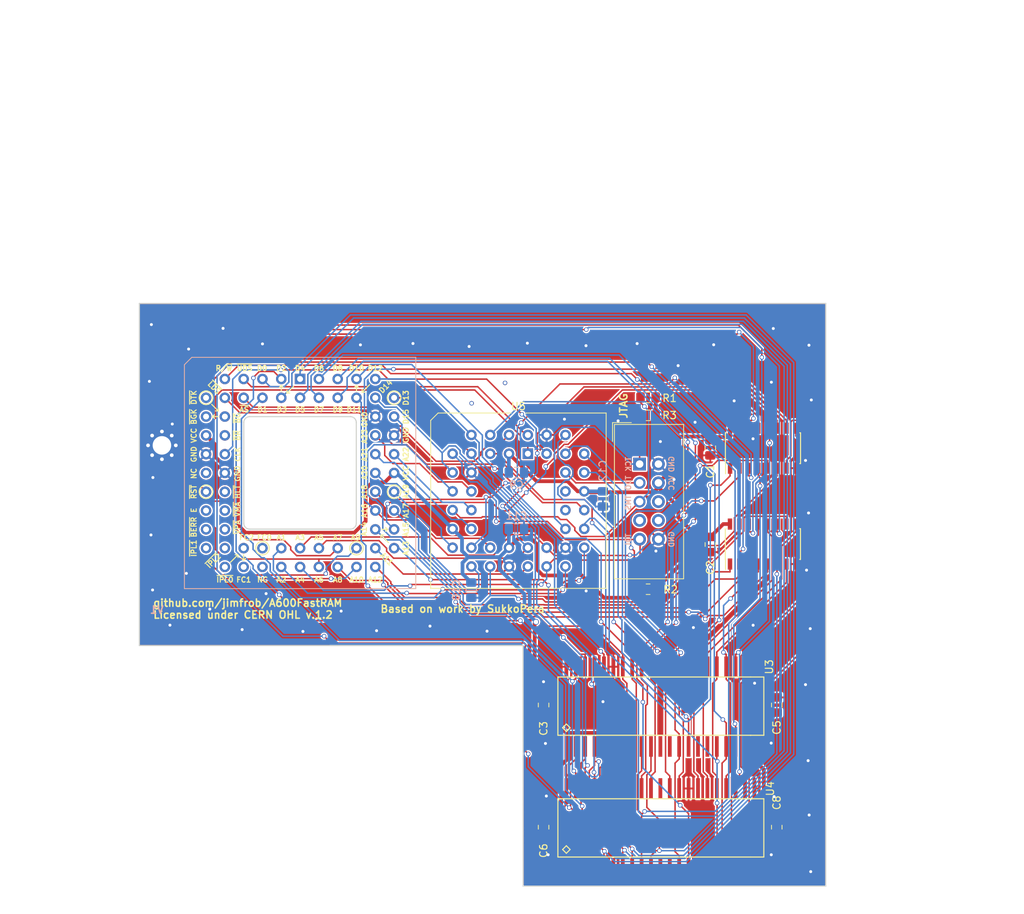
<source format=kicad_pcb>
(kicad_pcb (version 20221018) (generator pcbnew)
  (title_block (title "A600FastRAM") (date "2024-02-23") (rev "5") (company "jimfrob") (comment 1 "Based on work by SukkoPera") (comment 2 "Based on work by Kipper2K") (comment 3 "Original design by lvd/NedoPC") (comment 4 "Licensed under CERN OHL v.1.2"))
  (layers (0 "F.Cu" signal) (31 "B.Cu" signal) (36 "B.SilkS" user "B.Silkscreen") (37 "F.SilkS" user "F.Silkscreen") (38 "B.Mask" user) (39 "F.Mask" user) (44 "Edge.Cuts" user))
  (net 0 "")
  (net 1 "/d3")
  (net 2 "/d1")
  (net 3 "/~{as}")
  (net 4 "/~{lds}")
  (net 5 "/d5")
  (net 6 "/d7")
  (net 7 "/d9")
  (net 8 "/d11")
  (net 9 "/d4")
  (net 10 "/d2")
  (net 11 "/d0")
  (net 12 "/~{uds}")
  (net 13 "/r~{w}")
  (net 14 "/d6")
  (net 15 "/d8")
  (net 16 "/d10")
  (net 17 "/clk")
  (net 18 "GND")
  (net 19 "VCC")
  (net 20 "/~{reset}")
  (net 21 "/a1")
  (net 22 "/a3")
  (net 23 "/a5")
  (net 24 "/a7")
  (net 25 "/a9")
  (net 26 "/a11")
  (net 27 "/a13")
  (net 28 "/a2")
  (net 29 "/a4")
  (net 30 "/a6")
  (net 31 "/a8")
  (net 32 "/a10")
  (net 33 "/a12")
  (net 34 "/a14")
  (net 35 "/a16")
  (net 36 "/a18")
  (net 37 "/a20")
  (net 38 "/a21")
  (net 39 "/a23")
  (net 40 "/d14")
  (net 41 "/d12")
  (net 42 "/a15")
  (net 43 "/a17")
  (net 44 "/a19")
  (net 45 "/a22")
  (net 46 "/d15")
  (net 47 "/d13")
  (net 48 "/jtag_tms")
  (net 49 "/jtag_tdi")
  (net 50 "/jtag_tck")
  (net 51 "/ma0")
  (net 52 "/~{ucas}")
  (net 53 "/ma1")
  (net 54 "/jtag_tdo")
  (net 55 "/~{ras3}")
  (net 56 "/mux_switch")
  (net 57 "/~{ras2}")
  (net 58 "/~{lcas}")
  (net 59 "/ma2")
  (net 60 "/ma3")
  (net 61 "/ma4")
  (net 62 "/ma5")
  (net 63 "/ma9")
  (net 64 "/ma8")
  (net 65 "/ma7")
  (net 66 "/ma6")
  (footprint "Symbol:OSHW-Logo2_7.3x6mm_Copper" (layer "F.Cu") (at 120.396 86.36)
    (fp_text reference "P99" hide)
    (fp_text value "OSHW_LOGO" hide)
  )
  (footprint "Resistor_SMD:R_0805_2012Metric_Pad1.15x1.40mm_HandSolder" (layer "F.Cu") (at 179.709 95.504 180)
    (fp_text reference "R1")
    (fp_text value "10k")
  )
  (footprint "Resistor_SMD:R_0805_2012Metric_Pad1.15x1.40mm_HandSolder" (layer "F.Cu") (at 179.709 121.42 180)
    (fp_text reference "R2")
    (fp_text value "10k")
  )
  (footprint "Resistor_SMD:R_0805_2012Metric_Pad1.15x1.40mm_HandSolder" (layer "F.Cu") (at 179.709 97.925 180)
    (fp_text reference "R3")
    (fp_text value "10k")
  )
  (footprint "Connector_IDC:IDC-Header_2x05_P2.54mm_Vertical" (layer "F.Cu") (at 178.564 104.505)
    (fp_text reference "P1" hide)
    (fp_text value "JTAG_CONNECTOR")
  )
  (footprint "Capacitor_SMD:C_0805_2012Metric_Pad1.15x1.40mm_HandSolder" (layer "F.Cu") (at 188.1154 102.3062 -90)
    (fp_text reference "C1")
    (fp_text value "100n")
  )
  (footprint "Capacitor_SMD:C_0805_2012Metric_Pad1.15x1.40mm_HandSolder" (layer "F.Cu") (at 188.1234 115.3762 -90)
    (fp_text reference "C2")
    (fp_text value "100n")
  )
  (footprint "Capacitor_SMD:C_0805_2012Metric_Pad1.15x1.40mm_HandSolder" (layer "F.Cu") (at 165.5937 137.067 90)
    (fp_text reference "C3")
    (fp_text value "100n")
  )
  (footprint "Capacitor_SMD:C_0805_2012Metric_Pad1.15x1.40mm_HandSolder" (layer "F.Cu") (at 197.0897 137.067 90)
    (fp_text reference "C5")
    (fp_text value "100n")
  )
  (footprint "Capacitor_SMD:C_0805_2012Metric_Pad1.15x1.40mm_HandSolder" (layer "F.Cu") (at 165.5937 153.577 90)
    (fp_text reference "C6")
    (fp_text value "100n")
  )
  (footprint "Capacitor_SMD:C_0805_2012Metric_Pad1.15x1.40mm_HandSolder" (layer "F.Cu") (at 197.0897 153.577 90)
    (fp_text reference "C8")
    (fp_text value "100n")
  )
  (footprint "OpenAmiga600FastRamExpansion:SOJ-42-LongPads" (layer "F.Cu") (at 181.3687 153.547)
    (fp_text reference "U4")
    (fp_text value "HYB5118160BSJ")
  )
  (footprint "Package_SO:SOIC-16_3.9x9.9mm_P1.27mm" (layer "F.Cu") (at 195.2154 115.316 90)
    (fp_text reference "U1" hide)
    (fp_text value "74LS157")
  )
  (footprint "Package_SO:SOIC-16_3.9x9.9mm_P1.27mm" (layer "F.Cu") (at 195.2244 102.362 90)
    (fp_text reference "U2" hide)
    (fp_text value "74LS157")
  )
  (footprint "OpenAmiga600FastRamExpansion:SOJ-42-LongPads" (layer "F.Cu") (at 181.3687 137.0925)
    (fp_text reference "U3")
    (fp_text value "HYB5118160BSJ")
  )
  (footprint "Package_LCC:PLCC-44_THT-Socket" (layer "F.Cu") (at 163.466 103.11)
    (fp_text reference "U5")
    (fp_text value "ATF1502AS-10JU44")
  )
  (footprint "OpenAmiga600FastRamExpansion:PLCC-68_THT-SocketUpsideDown" (layer "F.Cu") (at 132.706 93.01)
    (fp_text reference "J1" hide)
    (fp_text value "MC68000_PLCC68")
  )
  (footprint "MountingHole:MountingHole_2.5mm_Pad_Via" (layer "F.Cu") (at 114.046 101.981)
    (fp_text reference "P98" hide)
    (fp_text value "SCREW_HOLE")
  )
  (footprint "Capacitor_SMD:C_0805_2012Metric_Pad1.15x1.40mm_HandSolder" (layer "B.Cu") (at 161.925 105.664)
    (fp_text reference "C9")
    (fp_text value "100n")
  )
  (footprint "Capacitor_SMD:C_0805_2012Metric_Pad1.15x1.40mm_HandSolder" (layer "B.Cu") (at 155.831 121.547 -90)
    (fp_text reference "C10")
    (fp_text value "100n")
  )
  (footprint "Capacitor_SMD:C_0805_2012Metric_Pad1.15x1.40mm_HandSolder" (layer "B.Cu") (at 161.925 113.284)
    (fp_text reference "C11")
    (fp_text value "100n")
  )
  (footprint "Capacitor_SMD:C_0805_2012Metric_Pad1.15x1.40mm_HandSolder" (layer "B.Cu") (at 173.609 109.22 -90)
    (fp_text reference "C12")
    (fp_text value "100n")
  )
  (gr_line (start 125.9 98.1) (end 139.5 98.1) (stroke (width 0.15)) (layer "Edge.Cuts"))
  (gr_line (start 125.1 112.5) (end 125.1 98.9) (stroke (width 0.15)) (layer "Edge.Cuts"))
  (gr_line (start 162.833685 161.544) (end 203.708 161.544) (stroke (width 0.15)) (layer "Edge.Cuts"))
  (gr_line (start 110.999 82.804) (end 203.708 82.804) (stroke (width 0.15)) (layer "Edge.Cuts"))
  (gr_line (start 162.833685 161.544) (end 162.814 129.032) (stroke (width 0.15)) (layer "Edge.Cuts"))
  (gr_arc (start 140.3 112.5) (mid 140.065685 113.065685) (end 139.5 113.3) (stroke (width 0.15)) (layer "Edge.Cuts"))
  (gr_line (start 140.3 98.9) (end 140.3 112.5) (stroke (width 0.15)) (layer "Edge.Cuts"))
  (gr_arc (start 139.5 98.1) (mid 140.065685 98.334315) (end 140.3 98.9) (stroke (width 0.15)) (layer "Edge.Cuts"))
  (gr_line (start 203.708 82.804) (end 203.708 161.544) (stroke (width 0.15)) (layer "Edge.Cuts"))
  (gr_line (start 110.998 129.032) (end 162.814 129.032) (stroke (width 0.15)) (layer "Edge.Cuts"))
  (gr_arc (start 125.9 113.3) (mid 125.334315 113.065685) (end 125.1 112.5) (stroke (width 0.15)) (layer "Edge.Cuts"))
  (gr_line (start 110.999 82.804) (end 110.998 129.032) (stroke (width 0.15)) (layer "Edge.Cuts"))
  (gr_arc (start 125.1 98.9) (mid 125.334315 98.334315) (end 125.9 98.1) (stroke (width 0.15)) (layer "Edge.Cuts"))
  (gr_line (start 139.5 113.3) (end 125.9 113.3) (stroke (width 0.15)) (layer "Edge.Cuts"))
  (gr_text "TCK" (at 177.038 104.521 90) (layer "B.SilkS") (effects (font (size 0.7 0.7)) (justify mirror)))
  (gr_text "TDO" (at 177.038 107.061 90) (layer "B.SilkS") (effects (font (size 0.7 0.7)) (justify mirror)))
  (gr_text "TMS" (at 177.038 109.728 90) (layer "B.SilkS") (effects (font (size 0.7 0.7)) (justify mirror)))
  (gr_text "TDI" (at 177.038 114.681 90) (layer "B.SilkS") (effects (font (size 0.7 0.7)) (justify mirror)))
  (gr_text "GND" (at 182.88 114.681 90) (layer "B.SilkS") (effects (font (size 0.7 0.7)) (justify mirror)))
  (gr_text "GND" (at 182.88 104.521 90) (layer "B.SilkS") (effects (font (size 0.7 0.7)) (justify mirror)))
  (gr_text "VCC" (at 182.88 107.061 90) (layer "B.SilkS") (effects (font (size 0.7 0.7)) (justify mirror)))
  (gr_text "V1" (at 113.3495 124.214) (layer "B.SilkS") (effects (font (size 1 1) (thickness 0.2)) (justify mirror)))
  (gr_text "~{RST}" (at 118.364 108.2675 90) (layer "F.SilkS") (effects (font (size 0.7 0.7))))
  (gr_text "GND" (at 124.2695 105.791 90) (layer "F.SilkS") (effects (font (size 0.7 0.7))))
  (gr_text "GND" (at 118.364 103.1875 90) (layer "F.SilkS") (effects (font (size 0.7 0.7))))
  (gr_text "VCC" (at 118.364 100.6475 90) (layer "F.SilkS") (effects (font (size 0.7 0.7))))
  (gr_text "CLK" (at 124.2695 103.1875 90) (layer "F.SilkS") (effects (font (size 0.7 0.7))))
  (gr_text "NC" (at 118.364 105.791 90) (layer "F.SilkS") (effects (font (size 0.7 0.7))))
  (gr_text "~{BGK}" (at 118.364 98.1075 90) (layer "F.SilkS") (effects (font (size 0.7 0.7))))
  (gr_text "~{DTK}" (at 118.364 95.504 90) (layer "F.SilkS") (effects (font (size 0.7 0.7))))
  (gr_text "~{BR}" (at 124.2695 100.6475 90) (layer "F.SilkS") (effects (font (size 0.7 0.7))))
  (gr_text "~{BG}" (at 124.2695 98.298 90) (layer "F.SilkS") (effects (font (size 0.7 0.7))))
  (gr_text "R/~{W}" (at 122.428 91.567) (layer "F.SilkS") (effects (font (size 0.7 0.7))))
  (gr_text "~{LDS}" (at 121.1072 94.1832 315) (layer "F.SilkS") (effects (font (size 0.7 0.7))))
  (gr_text "~{UDS}" (at 125.222 91.567) (layer "F.SilkS") (effects (font (size 0.7 0.7))))
  (gr_text "~{AS}" (at 125.1585 97.155) (layer "F.SilkS") (effects (font (size 0.7 0.7))))
  (gr_text "D0" (at 127.5715 91.567) (layer "F.SilkS") (effects (font (size 0.7 0.7))))
  (gr_text "D2" (at 130.175 91.567) (layer "F.SilkS") (effects (font (size 0.7 0.7))))
  (gr_text "D3" (at 130.2385 97.155) (layer "F.SilkS") (effects (font (size 0.7 0.7))))
  (gr_text "D1" (at 127.635 97.155) (layer "F.SilkS") (effects (font (size 0.7 0.7))))
  (gr_text "D5" (at 132.715 97.155) (layer "F.SilkS") (effects (font (size 0.7 0.7))))
  (gr_text "D7" (at 135.255 97.155) (layer "F.SilkS") (effects (font (size 0.7 0.7))))
  (gr_text "D9" (at 137.795 97.155) (layer "F.SilkS") (effects (font (size 0.7 0.7))))
  (gr_text "D11" (at 140.0175 97.155) (layer "F.SilkS") (effects (font (size 0.7 0.7))))
  (gr_text "D6" (at 135.255 91.567) (layer "F.SilkS") (effects (font (size 0.7 0.7))))
  (gr_text "D4" (at 132.715 91.567) (layer "F.SilkS") (effects (font (size 0.7 0.7))))
  (gr_text "D8" (at 137.795 91.567) (layer "F.SilkS") (effects (font (size 0.7 0.7))))
  (gr_text "D10" (at 140.335 91.567) (layer "F.SilkS") (effects (font (size 0.7 0.7))))
  (gr_text "D12" (at 142.875 91.567) (layer "F.SilkS") (effects (font (size 0.7 0.7))))
  (gr_text "E" (at 118.364 110.744 90) (layer "F.SilkS") (effects (font (size 0.7 0.7))))
  (gr_text "~{IPL1}" (at 118.364 115.8875 90) (layer "F.SilkS") (effects (font (size 0.7 0.7))))
  (gr_text "~{BERR}" (at 118.364 113.03 90) (layer "F.SilkS") (effects (font (size 0.7 0.7))))
  (gr_text "~{VMA}" (at 124.2695 110.617 90) (layer "F.SilkS") (effects (font (size 0.7 0.7))))
  (gr_text "~{HLT}" (at 124.2695 108.2675 90) (layer "F.SilkS") (effects (font (size 0.7 0.7))))
  (gr_text "~{VPA}" (at 124.2695 113.03 90) (layer "F.SilkS") (effects (font (size 0.7 0.7))))
  (gr_text "A1" (at 130.175 114.427) (layer "F.SilkS") (effects (font (size 0.7 0.7))))
  (gr_text "FC0" (at 127.889 114.427) (layer "F.SilkS") (effects (font (size 0.7 0.7))))
  (gr_text "FC2" (at 125.476 114.427) (layer "F.SilkS") (effects (font (size 0.7 0.7))))
  (gr_text "A5" (at 135.255 114.427) (layer "F.SilkS") (effects (font (size 0.7 0.7))))
  (gr_text "A7" (at 137.795 114.427) (layer "F.SilkS") (effects (font (size 0.7 0.7))))
  (gr_text "A9" (at 140.208 114.427) (layer "F.SilkS") (effects (font (size 0.7 0.7))))
  (gr_text "A6" (at 135.255 120.142) (layer "F.SilkS") (effects (font (size 0.7 0.7))))
  (gr_text "A10" (at 140.335 120.142) (layer "F.SilkS") (effects (font (size 0.7 0.7))))
  (gr_text "A2" (at 130.175 120.142) (layer "F.SilkS") (effects (font (size 0.7 0.7))))
  (gr_text "A4" (at 132.715 120.142) (layer "F.SilkS") (effects (font (size 0.7 0.7))))
  (gr_text "A8" (at 137.795 120.142) (layer "F.SilkS") (effects (font (size 0.7 0.7))))
  (gr_text "FC1" (at 125.095 120.142) (layer "F.SilkS") (effects (font (size 0.7 0.7))))
  (gr_text "NC" (at 127.635 120.142) (layer "F.SilkS") (effects (font (size 0.7 0.7))))
  (gr_text "~{IPL0}" (at 122.555 120.142) (layer "F.SilkS") (effects (font (size 0.7 0.7))))
  (gr_text "A12" (at 142.875 120.142) (layer "F.SilkS") (effects (font (size 0.7 0.7))))
  (gr_text "~{IPL2}" (at 121.031 117.602 45) (layer "F.SilkS") (effects (font (size 0.7 0.7))))
  (gr_text "A11" (at 144.399 117.348 315) (layer "F.SilkS") (effects (font (size 0.7 0.7))))
  (gr_text "A13" (at 147.0025 115.8875 90) (layer "F.SilkS") (effects (font (size 0.7 0.7))))
  (gr_text "A15" (at 147.0025 113.3475 90) (layer "F.SilkS") (effects (font (size 0.7 0.7))))
  (gr_text "A17" (at 147.0025 110.8075 90) (layer "F.SilkS") (effects (font (size 0.7 0.7))))
  (gr_text "A19" (at 147.0025 108.204 90) (layer "F.SilkS") (effects (font (size 0.7 0.7))))
  (gr_text "A16" (at 141.4145 110.8075 90) (layer "F.SilkS") (effects (font (size 0.7 0.7))))
  (gr_text "VCC" (at 147.0025 105.7275 90) (layer "F.SilkS") (effects (font (size 0.7 0.7))))
  (gr_text "A18" (at 141.4145 108.2675 90) (layer "F.SilkS") (effects (font (size 0.7 0.7))))
  (gr_text "A14" (at 141.351 113.284 90) (layer "F.SilkS") (effects (font (size 0.7 0.7))))
  (gr_text "A20" (at 141.4145 105.664 90) (layer "F.SilkS") (effects (font (size 0.7 0.7))))
  (gr_text "A23" (at 141.4145 100.7745 90) (layer "F.SilkS") (effects (font (size 0.7 0.7))))
  (gr_text "A21" (at 141.4145 103.1875 90) (layer "F.SilkS") (effects (font (size 0.7 0.7))))
  (gr_text "A22" (at 147.0025 103.1875 90) (layer "F.SilkS") (effects (font (size 0.7 0.7))))
  (gr_text "GND" (at 147.0025 100.584 90) (layer "F.SilkS") (effects (font (size 0.7 0.7))))
  (gr_text "GND" (at 141.4145 98.4885 90) (layer "F.SilkS") (effects (font (size 0.7 0.7))))
  (gr_text "D15" (at 147.0025 98.1075 90) (layer "F.SilkS") (effects (font (size 0.7 0.7))))
  (gr_text "D13" (at 147.0025 95.5675 90) (layer "F.SilkS") (effects (font (size 0.7 0.7))))
  (gr_text "D14" (at 144.272 94.0308 45) (layer "F.SilkS") (effects (font (size 0.7 0.7))))
  (gr_text "JTAG" (at 176.403 96.647 90) (layer "F.SilkS") (effects (font (size 1 1) (thickness 0.2))))
  (gr_text "Based on work by SukkoPera\n" (at 165.862 124.079) (layer "F.SilkS") (effects (font (size 1 1) (thickness 0.2)) (justify right)))
  (gr_text "A3" (at 132.715 114.427) (layer "F.SilkS") (effects (font (size 0.7 0.7))))
  (gr_text "github.com/jimfrob/A600FastRAM\nLicensed under CERN OHL v.1.2" (at 112.776 124.079) (layer "F.SilkS") (effects (font (size 1 1) (thickness 0.2)) (justify left)))
  (segment (start 173.799 156.8267) (end 173.7487 156.877) (width 0.2) (layer "F.Cu") (net 1))
  (segment (start 173.1928 145.5505) (end 173.2124 145.5505) (width 0.2) (layer "F.Cu") (net 1))
  (segment (start 173.6357 144.953) (end 173.6357 144.4764) (width 0.2) (layer "F.Cu") (net 1))
  (segment (start 173.7487 159.127) (end 173.7487 157.4361) (width 0.2) (layer "F.Cu") (net 1))
  (segment (start 173.1928 156.2205) (end 173.1928 145.5505) (width 0.2) (layer "F.Cu") (net 1))
  (segment (start 173.565 145.1979) (end 173.565 145.0237) (width 0.2) (layer "F.Cu") (net 1))
  (segment (start 173.2124 145.5505) (end 173.565 145.1979) (width 0.2) (layer "F.Cu") (net 1))
  (segment (start 173.6357 144.4764) (end 173.7487 144.3634) (width 0.2) (layer "F.Cu") (net 1))
  (segment (start 173.565 145.0237) (end 173.6357 144.953) (width 0.2) (layer "F.Cu") (net 1))
  (segment (start 173.7487 142.6725) (end 173.7487 144.3634) (width 0.2) (layer "F.Cu") (net 1))
  (segment (start 173.7487 156.877) (end 173.7487 157.4361) (width 0.2) (layer "F.Cu") (net 1))
  (segment (start 173.799 156.8267) (end 173.1928 156.2205) (width 0.2) (layer "F.Cu") (net 1))
  (via (at 173.799 156.8267) (size 0.6) (drill 0.4) (layers "F.Cu" "B.Cu") (net 1))
  (segment (start 199.3805 90.7885) (end 199.3805 143.732) (width 0.2) (layer "B.Cu") (net 1))
  (segment (start 131.6016 94.1144) (end 131.6016 92.2604) (width 0.2) (layer "B.Cu") (net 1))
  (segment (start 131.6016 92.2604) (end 139.5108 84.3512) (width 0.2) (layer "B.Cu") (net 1))
  (segment (start 139.5108 84.3512) (end 192.9432 84.3512) (width 0.2) (layer "B.Cu") (net 1))
  (segment (start 199.3805 143.732) (end 184.8848 158.2277) (width 0.2) (layer "B.Cu") (net 1))
  (segment (start 192.9432 84.3512) (end 199.3805 90.7885) (width 0.2) (layer "B.Cu") (net 1))
  (segment (start 130.166 95.55) (end 131.6016 94.1144) (width 0.2) (layer "B.Cu") (net 1))
  (segment (start 184.8848 158.2277) (end 175.2 158.2277) (width 0.2) (layer "B.Cu") (net 1))
  (segment (start 175.2 158.2277) (end 173.799 156.8267) (width 0.2) (layer "B.Cu") (net 1))
  (segment (start 171.2087 142.6725) (end 171.2087 144.3634) (width 0.2) (layer "F.Cu") (net 2))
  (segment (start 171.2087 159.127) (end 171.2087 157.4361) (width 0.2) (layer "F.Cu") (net 2))
  (segment (start 171.2087 157.4361) (end 170.7991 157.0265) (width 0.2) (layer "F.Cu") (net 2))
  (segment (start 170.6528 144.9193) (end 171.2087 144.3634) (width 0.2) (layer "F.Cu") (net 2))
  (segment (start 170.6528 150.5838) (end 170.6528 144.9193) (width 0.2) (layer "F.Cu") (net 2))
  (segment (start 170.7991 157.0265) (end 170.7991 150.7301) (width 0.2) (layer "F.Cu") (net 2))
  (segment (start 170.7991 150.7301) (end 170.6528 150.5838) (width 0.2) (layer "F.Cu") (net 2))
  (via (at 170.7991 150.7301) (size 0.6) (drill 0.4) (layers "F.Cu" "B.Cu") (net 2))
  (segment (start 128.6703 117.9808) (end 127.8622 117.1727) (width 0.2) (layer "B.Cu") (net 2))
  (segment (start 170.7991 150.7301) (end 168.5734 148.5044) (width 0.2) (layer "B.Cu") (net 2))
  (segment (start 127.4948 117.1727) (end 126.3561 116.034) (width 0.2) (layer "B.Cu") (net 2))
  (segment (start 126.3561 116.034) (end 126.3561 115.259) (width 0.2) (layer "B.Cu") (net 2))
  (segment (start 127.8622 117.1727) (end 127.4948 117.1727) (width 0.2) (layer "B.Cu") (net 2))
  (segment (start 126.3561 115.259) (end 124.7847 113.6876) (width 0.2) (layer "B.Cu") (net 2))
  (segment (start 138.0218 128.3545) (end 128.6703 119.003) (width 0.2) (layer "B.Cu") (net 2))
  (segment (start 168.5734 134.2811) (end 162.6468 128.3545) (width 0.2) (layer "B.Cu") (net 2))
  (segment (start 124.7847 113.6876) (end 124.7847 98.3913) (width 0.2) (layer "B.Cu") (net 2))
  (segment (start 162.6468 128.3545) (end 138.0218 128.3545) (width 0.2) (layer "B.Cu") (net 2))
  (segment (start 124.7847 98.3913) (end 127.626 95.55) (width 0.2) (layer "B.Cu") (net 2))
  (segment (start 168.5734 148.5044) (end 168.5734 134.2811) (width 0.2) (layer "B.Cu") (net 2))
  (segment (start 128.6703 119.003) (end 128.6703 117.9808) (width 0.2) (layer "B.Cu") (net 2))
  (segment (start 143.03 96.82) (end 126.356 96.82) (width 0.2) (layer "F.Cu") (net 3))
  (segment (start 151.0606 104.1232) (end 146.2974 99.36) (width 0.2) (layer "F.Cu") (net 3))
  (segment (start 144.136 97.926) (end 143.03 96.82) (width 0.2) (layer "F.Cu") (net 3))
  (segment (start 157.116 102.9066) (end 157.116 103.274) (width 0.2) (layer "F.Cu") (net 3))
  (segment (start 146.2974 99.36) (end 145.2026 99.36) (width 0.2) (layer "F.Cu") (net 3))
  (segment (start 159.656 101.84) (end 158.1826 101.84) (width 0.2) (layer "F.Cu") (net 3))
  (segment (start 126.356 96.82) (end 125.086 95.55) (width 0.2) (layer "F.Cu") (net 3))
  (segment (start 158.1826 101.84) (end 157.116 102.9066) (width 0.2) (layer "F.Cu") (net 3))
  (segment (start 144.136 98.2934) (end 144.136 97.926) (width 0.2) (layer "F.Cu") (net 3))
  (segment (start 157.116 103.274) (end 156.2668 104.1232) (width 0.2) (layer "F.Cu") (net 3))
  (segment (start 145.2026 99.36) (end 144.136 98.2934) (width 0.2) (layer "F.Cu") (net 3))
  (segment (start 160.926 100.57) (end 159.656 101.84) (width 0.2) (layer "F.Cu") (net 3))
  (segment (start 156.2668 104.1232) (end 151.0606 104.1232) (width 0.2) (layer "F.Cu") (net 3))
  (segment (start 158.7473 104.5201) (end 158.7422 104.5252) (width 0.2) (layer "F.Cu") (net 4))
  (segment (start 170.0729 109.7169) (end 165.4449 109.7169) (width 0.2) (layer "F.Cu") (net 4))
  (segment (start 165.4449 109.7169) (end 160.2481 104.5201) (width 0.2) (layer "F.Cu") (net 4))
  (segment (start 145.242 101.9) (end 144.136 100.794) (width 0.2) (layer "F.Cu") (net 4))
  (segment (start 140.7334 97.5726) (end 124.5686 97.5726) (width 0.2) (layer "F.Cu") (net 4))
  (segment (start 158.7422 104.5252) (end 149.7444 104.5252) (width 0.2) (layer "F.Cu") (net 4))
  (segment (start 149.7444 104.5252) (end 147.1192 101.9) (width 0.2) (layer "F.Cu") (net 4))
  (segment (start 142.5208 99.36) (end 140.7334 97.5726) (width 0.2) (layer "F.Cu") (net 4))
  (segment (start 144.136 100.4266) (end 143.0694 99.36) (width 0.2) (layer "F.Cu") (net 4))
  (segment (start 143.0694 99.36) (end 142.5208 99.36) (width 0.2) (layer "F.Cu") (net 4))
  (segment (start 124.5686 97.5726) (end 122.546 95.55) (width 0.2) (layer "F.Cu") (net 4))
  (segment (start 160.2481 104.5201) (end 158.7473 104.5201) (width 0.2) (layer "F.Cu") (net 4))
  (segment (start 147.1192 101.9) (end 145.242 101.9) (width 0.2) (layer "F.Cu") (net 4))
  (segment (start 171.086 110.73) (end 170.0729 109.7169) (width 0.2) (layer "F.Cu") (net 4))
  (segment (start 144.136 100.794) (end 144.136 100.4266) (width 0.2) (layer "F.Cu") (net 4))
  (segment (start 177.5587 157.4361) (end 177.5587 156.5117) (width 0.2) (layer "F.Cu") (net 5))
  (segment (start 177.5587 146.0868) (end 177.5587 142.6725) (width 0.2) (layer "F.Cu") (net 5))
  (segment (start 176.9682 155.9212) (end 176.9682 146.6773) (width 0.2) (layer "F.Cu") (net 5))
  (segment (start 176.9682 146.6773) (end 177.5587 146.0868) (width 0.2) (layer "F.Cu") (net 5))
  (segment (start 177.5587 156.5117) (end 176.9682 155.9212) (width 0.2) (layer "F.Cu") (net 5))
  (segment (start 177.5587 159.127) (end 177.5587 157.4361) (width 0.2) (layer "F.Cu") (net 5))
  (via (at 177.5587 156.5117) (size 0.6) (drill 0.4) (layers "F.Cu" "B.Cu") (net 5))
  (segment (start 198.5153 143.3895) (end 198.5153 91.1541) (width 0.2) (layer "B.Cu") (net 5))
  (segment (start 198.5153 91.1541) (end 192.5775 85.2163) (width 0.2) (layer "B.Cu") (net 5))
  (segment (start 140.9373 85.2163) (end 133.7545 92.3991) (width 0.2) (layer "B.Cu") (net 5))
  (segment (start 177.5587 156.5117) (end 178.4455 157.3985) (width 0.2) (layer "B.Cu") (net 5))
  (segment (start 178.4455 157.3985) (end 184.5063 157.3985) (width 0.2) (layer "B.Cu") (net 5))
  (segment (start 133.7545 94.5015) (end 132.706 95.55) (width 0.2) (layer "B.Cu") (net 5))
  (segment (start 184.5063 157.3985) (end 198.5153 143.3895) (width 0.2) (layer "B.Cu") (net 5))
  (segment (start 133.7545 92.3991) (end 133.7545 94.5015) (width 0.2) (layer "B.Cu") (net 5))
  (segment (start 192.5775 85.2163) (end 140.9373 85.2163) (width 0.2) (layer "B.Cu") (net 5))
  (segment (start 179.5428 146.5093) (end 179.5428 150.8971) (width 0.2) (layer "F.Cu") (net 6))
  (segment (start 180.0987 145.9534) (end 179.5428 146.5093) (width 0.2) (layer "F.Cu") (net 6))
  (segment (start 180.0987 157.4361) (end 180.7827 156.7521) (width 0.2) (layer "F.Cu") (net 6))
  (segment (start 180.7827 156.7521) (end 181.2374 156.7521) (width 0.2) (layer "F.Cu") (net 6))
  (segment (start 179.5428 150.8971) (end 181.2374 152.5917) (width 0.2) (layer "F.Cu") (net 6))
  (segment (start 180.0987 159.127) (end 180.0987 157.4361) (width 0.2) (layer "F.Cu") (net 6))
  (segment (start 181.2374 152.5917) (end 181.2374 156.7521) (width 0.2) (layer "F.Cu") (net 6))
  (segment (start 180.0987 142.6725) (end 180.0987 145.9534) (width 0.2) (layer "F.Cu") (net 6))
  (via (at 181.2374 156.7521) (size 0.6) (drill 0.4) (layers "F.Cu" "B.Cu") (net 6))
  (segment (start 198.0772 143.2593) (end 198.0772 91.3019) (width 0.2) (layer "B.Cu") (net 6))
  (segment (start 192.3996 85.6243) (end 141.1435 85.6243) (width 0.2) (layer "B.Cu") (net 6))
  (segment (start 198.0772 91.3019) (end 192.3996 85.6243) (width 0.2) (layer "B.Cu") (net 6))
  (segment (start 181.2374 156.7521) (end 184.5844 156.7521) (width 0.2) (layer "B.Cu") (net 6))
  (segment (start 134.1918 92.576) (end 134.1918 94.4958) (width 0.2) (layer "B.Cu") (net 6))
  (segment (start 134.1918 94.4958) (end 135.246 95.55) (width 0.2) (layer "B.Cu") (net 6))
  (segment (start 184.5844 156.7521) (end 198.0772 143.2593) (width 0.2) (layer "B.Cu") (net 6))
  (segment (start 141.1435 85.6243) (end 134.1918 92.576) (width 0.2) (layer "B.Cu") (net 6))
  (segment (start 178.8287 131.8935) (end 178.8287 133.5844) (width 0.2) (layer "F.Cu") (net 7))
  (segment (start 178.8287 146.6531) (end 178.8287 146.6571) (width 0.2) (layer "F.Cu") (net 7))
  (segment (start 178.8287 129.3611) (end 178.8287 131.8935) (width 0.2) (layer "F.Cu") (net 7))
  (segment (start 178.8287 148.348) (end 178.8287 146.6571) (width 0.2) (layer "F.Cu") (net 7))
  (segment (start 179.6075 134.3632) (end 179.6075 136.9289) (width 0.2) (layer "F.Cu") (net 7))
  (segment (start 179.6075 136.9289) (end 179.3846 137.1518) (width 0.2) (layer "F.Cu") (net 7))
  (segment (start 182.3568 125.833) (end 178.8287 129.3611) (width 0.2) (layer "F.Cu") (net 7))
  (segment (start 185.0823 101.5497) (end 185.0823 110.8962) (width 0.2) (layer "F.Cu") (net 7))
  (segment (start 178.8287 133.5844) (end 179.6075 134.3632) (width 0.2) (layer "F.Cu") (net 7))
  (segment (start 179.3846 146.0972) (end 178.8287 146.6531) (width 0.2) (layer "F.Cu") (net 7))
  (segment (start 179.3846 137.1518) (end 179.3846 146.0972) (width 0.2) (layer "F.Cu") (net 7))
  (segment (start 185.0823 110.8962) (end 184.5479 111.4306) (width 0.2) (layer "F.Cu") (net 7))
  (via (at 185.0823 101.5497) (size 0.6) (drill 0.4) (layers "F.Cu" "B.Cu") (net 7))
  (via (at 182.3568 125.833) (size 0.6) (drill 0.4) (layers "F.Cu" "B.Cu") (net 7))
  (via (at 184.5479 111.4306) (size 0.6) (drill 0.4) (layers "F.Cu" "B.Cu") (net 7))
  (segment (start 185.0823 101.1775) (end 185.0823 101.5497) (width 0.2) (layer "B.Cu") (net 7))
  (segment (start 174.2374 90.6158) (end 178.3633 94.7417) (width 0.2) (layer "B.Cu") (net 7))
  (segment (start 139.056 94.28) (end 139.056 92.8097) (width 0.2) (layer "B.Cu") (net 7))
  (segment (start 141.2499 90.6158) (end 174.2374 90.6158) (width 0.2) (layer "B.Cu") (net 7))
  (segment (start 137.786 95.55) (end 139.056 94.28) (width 0.2) (layer "B.Cu") (net 7))
  (segment (start 182.3568 113.6217) (end 182.3568 125.833) (width 0.2) (layer "B.Cu") (net 7))
  (segment (start 184.5479 111.4306) (end 182.3568 113.6217) (width 0.2) (layer "B.Cu") (net 7))
  (segment (start 139.056 92.8097) (end 141.2499 90.6158) (width 0.2) (layer "B.Cu") (net 7))
  (segment (start 178.3633 94.7417) (end 178.6465 94.7417) (width 0.2) (layer "B.Cu") (net 7))
  (segment (start 178.6465 94.7417) (end 185.0823 101.1775) (width 0.2) (layer "B.Cu") (net 7))
  (segment (start 172.4948 126.4087) (end 166.1965 126.4087) (width 0.2) (layer "F.Cu") (net 8))
  (segment (start 146.0313 125.1202) (end 141.8657 120.9546) (width 0.2) (layer "F.Cu") (net 8))
  (segment (start 162.7046 125.0646) (end 162.2061 125.0646) (width 0.2) (layer "F.Cu") (net 8))
  (segment (start 176.8446 134.1403) (end 176.2887 133.5844) (width 0.2) (layer "F.Cu") (net 8))
  (segment (start 164.9095 125.1217) (end 162.7617 125.1217) (width 0.2) (layer "F.Cu") (net 8))
  (segment (start 162.1505 125.1202) (end 146.0313 125.1202) (width 0.2) (layer "F.Cu") (net 8))
  (segment (start 176.2887 130.2026) (end 172.4948 126.4087) (width 0.2) (layer "F.Cu") (net 8))
  (segment (start 176.2887 146.6571) (end 176.8446 146.1012) (width 0.2) (layer "F.Cu") (net 8))
  (segment (start 162.7617 125.1217) (end 162.7046 125.0646) (width 0.2) (layer "F.Cu") (net 8))
  (segment (start 176.8446 146.1012) (end 176.8446 134.1403) (width 0.2) (layer "F.Cu") (net 8))
  (segment (start 166.1965 126.4087) (end 164.9095 125.1217) (width 0.2) (layer "F.Cu") (net 8))
  (segment (start 176.2887 148.348) (end 176.2887 146.6571) (width 0.2) (layer "F.Cu") (net 8))
  (segment (start 176.2887 131.8935) (end 176.2887 133.5844) (width 0.2) (layer "F.Cu") (net 8))
  (segment (start 162.2061 125.0646) (end 162.1505 125.1202) (width 0.2) (layer "F.Cu") (net 8))
  (segment (start 176.2887 131.8935) (end 176.2887 130.2026) (width 0.2) (layer "F.Cu") (net 8))
  (via (at 141.8657 120.9546) (size 0.6) (drill 0.4) (layers "F.Cu" "B.Cu") (net 8))
  (segment (start 140.9612 96.1852) (end 140.9612 114.8826) (width 0.2) (layer "B.Cu") (net 8))
  (segment (start 141.596 115.5174) (end 141.596 120.6849) (width 0.2) (layer "B.Cu") (net 8))
  (segment (start 140.326 95.55) (end 140.9612 96.1852) (width 0.2) (layer "B.Cu") (net 8))
  (segment (start 141.596 120.6849) (end 141.8657 120.9546) (width 0.2) (layer "B.Cu") (net 8))
  (segment (start 140.9612 114.8826) (end 141.596 115.5174) (width 0.2) (layer "B.Cu") (net 8))
  (segment (start 176.5207 156.6824) (end 176.2887 156.9144) (width 0.2) (layer "F.Cu") (net 9))
  (segment (start 175.6537 145.4017) (end 175.6537 155.8154) (width 0.2) (layer "F.Cu") (net 9))
  (segment (start 175.6537 155.8154) (end 176.5207 156.6824) (width 0.2) (layer "F.Cu") (net 9))
  (segment (start 176.2887 156.9144) (end 176.2887 157.4361) (width 0.2) (layer "F.Cu") (net 9))
  (segment (start 176.2887 159.127) (end 176.2887 157.4361) (width 0.2) (layer "F.Cu") (net 9))
  (segment (start 176.2887 142.6725) (end 176.2887 144.7667) (width 0.2) (layer "F.Cu") (net 9))
  (segment (start 176.2887 144.7667) (end 175.6537 145.4017) (width 0.2) (layer "F.Cu") (net 9))
  (via (at 176.5207 156.6824) (size 0.6) (drill 0.4) (layers "F.Cu" "B.Cu") (net 9))
  (segment (start 132.706 91.9969) (end 139.9332 84.7697) (width 0.2) (layer "B.Cu") (net 9))
  (segment (start 192.7191 84.7697) (end 198.9331 90.9837) (width 0.2) (layer "B.Cu") (net 9))
  (segment (start 177.6402 157.8019) (end 176.5207 156.6824) (width 0.2) (layer "B.Cu") (net 9))
  (segment (start 139.9332 84.7697) (end 192.7191 84.7697) (width 0.2) (layer "B.Cu") (net 9))
  (segment (start 198.9331 90.9837) (end 198.9331 143.5562) (width 0.2) (layer "B.Cu") (net 9))
  (segment (start 132.706 93.01) (end 132.706 91.9969) (width 0.2) (layer "B.Cu") (net 9))
  (segment (start 198.9331 143.5562) (end 184.6874 157.8019) (width 0.2) (layer "B.Cu") (net 9))
  (segment (start 184.6874 157.8019) (end 177.6402 157.8019) (width 0.2) (layer "B.Cu") (net 9))
  (segment (start 133.3706 125.6665) (end 162.4553 125.6665) (width 0.2) (layer "F.Cu") (net 10))
  (segment (start 172.4787 145.2367) (end 171.7755 145.9399) (width 0.2) (layer "F.Cu") (net 10))
  (segment (start 173.0338 144.7037) (end 172.4787 144.7037) (width 0.2) (layer "F.Cu") (net 10))
  (segment (start 172.4787 159.127) (end 172.4787 157.4361) (width 0.2) (layer "F.Cu") (net 10))
  (segment (start 129.8815 122.1774) (end 133.3706 125.6665) (width 0.2) (layer "F.Cu") (net 10))
  (segment (start 126.403 92.7892) (end 126.403 92.872) (width 0.2) (layer "F.Cu") (net 10))
  (segment (start 129.1529 91.9969) (end 127.1953 91.9969) (width 0.2) (layer "F.Cu") (net 10))
  (segment (start 171.7755 156.7329) (end 172.4787 157.4361) (width 0.2) (layer "F.Cu") (net 10))
  (segment (start 172.4787 144.7037) (end 172.4787 145.2367) (width 0.2) (layer "F.Cu") (net 10))
  (segment (start 127.1953 91.9969) (end 126.403 92.7892) (width 0.2) (layer "F.Cu") (net 10))
  (segment (start 172.4787 142.6725) (end 172.4787 144.7037) (width 0.2) (layer "F.Cu") (net 10))
  (segment (start 171.7755 145.9399) (end 171.7755 156.7329) (width 0.2) (layer "F.Cu") (net 10))
  (segment (start 130.166 93.01) (end 129.1529 91.9969) (width 0.2) (layer "F.Cu") (net 10))
  (via (at 129.8815 122.1774) (size 0.6) (drill 0.4) (layers "F.Cu" "B.Cu") (net 10))
  (via (at 126.403 92.872) (size 0.6) (drill 0.4) (layers "F.Cu" "B.Cu") (net 10))
  (via (at 173.0338 144.7037) (size 0.6) (drill 0.4) (layers "F.Cu" "B.Cu") (net 10))
  (via (at 162.4553 125.6665) (size 0.6) (drill 0.4) (layers "F.Cu" "B.Cu") (net 10))
  (segment (start 124.0668 116.2847) (end 124.9221 117.14) (width 0.2) (layer "B.Cu") (net 10))
  (segment (start 170.8551 145.5112) (end 172.107 146.7631) (width 0.2) (layer "B.Cu") (net 10))
  (segment (start 126.356 118.2066) (end 126.356 118.6519) (width 0.2) (layer "B.Cu") (net 10))
  (segment (start 170.8551 134.0663) (end 170.8551 145.5112) (width 0.2) (layer "B.Cu") (net 10))
  (segment (start 124.0668 98.033) (end 124.0668 116.2847) (width 0.2) (layer "B.Cu") (net 10))
  (segment (start 126.356 118.6519) (end 129.8815 122.1774) (width 0.2) (layer "B.Cu") (net 10))
  (segment (start 125.2894 117.14) (end 126.356 118.2066) (width 0.2) (layer "B.Cu") (net 10))
  (segment (start 162.4553 125.6665) (end 170.8551 134.0663) (width 0.2) (layer "B.Cu") (net 10))
  (segment (start 173.0338 146.4362) (end 173.0338 144.7037) (width 0.2) (layer "B.Cu") (net 10))
  (segment (start 172.7069 146.7631) (end 173.0338 146.4362) (width 0.2) (layer "B.Cu") (net 10))
  (segment (start 126.403 95.6968) (end 124.0668 98.033) (width 0.2) (layer "B.Cu") (net 10))
  (segment (start 172.107 146.7631) (end 172.7069 146.7631) (width 0.2) (layer "B.Cu") (net 10))
  (segment (start 124.9221 117.14) (end 125.2894 117.14) (width 0.2) (layer "B.Cu") (net 10))
  (segment (start 126.403 92.872) (end 126.403 95.6968) (width 0.2) (layer "B.Cu") (net 10))
  (segment (start 169.0815 145.2206) (end 169.0815 145.7376) (width 0.2) (layer "F.Cu") (net 11))
  (segment (start 169.0484 150.9388) (end 169.2321 150.9388) (width 0.2) (layer "F.Cu") (net 11))
  (segment (start 135.9461 127.7625) (end 136.8682 128.6846) (width 0.2) (layer "F.Cu") (net 11))
  (segment (start 163.1444 143.2924) (end 163.5197 143.6677) (width 0.2) (layer "F.Cu") (net 11))
  (segment (start 169.9387 159.127) (end 169.9387 157.4361) (width 0.2) (layer "F.Cu") (net 11))
  (segment (start 169.0799 145.7392) (end 169.0799 146.2376) (width 0.2) (layer "F.Cu") (net 11))
  (segment (start 169.2321 150.9388) (end 169.9387 151.6454) (width 0.2) (layer "F.Cu") (net 11))
  (segment (start 169.2321 146.3898) (end 169.2321 150.9388) (width 0.2) (layer "F.Cu") (net 11))
  (segment (start 169.9387 144.3634) (end 169.0815 145.2206) (width 0.2) (layer "F.Cu") (net 11))
  (segment (start 163.1444 128.8464) (end 163.1444 143.2924) (width 0.2) (layer "F.Cu") (net 11))
  (segment (start 136.8682 128.6846) (end 162.9826 128.6846) (width 0.2) (layer "F.Cu") (net 11))
  (segment (start 169.0799 146.2376) (end 169.2321 146.3898) (width 0.2) (layer "F.Cu") (net 11))
  (segment (start 162.9826 128.6846) (end 163.1444 128.8464) (width 0.2) (layer "F.Cu") (net 11))
  (segment (start 169.9387 151.6454) (end 169.9387 157.4361) (width 0.2) (layer "F.Cu") (net 11))
  (segment (start 169.9387 142.6725) (end 169.9387 144.3634) (width 0.2) (layer "F.Cu") (net 11))
  (segment (start 169.0815 145.7376) (end 169.0799 145.7392) (width 0.2) (layer "F.Cu") (net 11))
  (via (at 135.9461 127.7625) (size 0.6) (drill 0.4) (layers "F.Cu" "B.Cu") (net 11))
  (via (at 163.5197 143.6677) (size 0.6) (drill 0.4) (layers "F.Cu" "B.Cu") (net 11))
  (via (at 169.0484 150.9388) (size 0.6) (drill 0.4) (layers "F.Cu" "B.Cu") (net 11))
  (segment (start 128.6562 94.0402) (end 130.5828 94.0402) (width 0.2) (layer "B.Cu") (net 11))
  (segment (start 122.9128 91.1678) (end 121.4872 92.5934) (width 0.2) (layer "B.Cu") (net 11))
  (segment (start 130.3976 127.7625) (end 135.9461 127.7625) (width 0.2) (layer "B.Cu") (net 11))
  (segment (start 121.4872 92.5934) (end 121.4872 118.8521) (width 0.2) (layer "B.Cu") (net 11))
  (segment (start 163.5197 145.4101) (end 169.0484 150.9388) (width 0.2) (layer "B.Cu") (net 11))
  (segment (start 131.1888 93.4342) (end 131.1888 91.9784) (width 0.2) (layer "B.Cu") (net 11))
  (segment (start 130.3782 91.1678) (end 122.9128 91.1678) (width 0.2) (layer "B.Cu") (net 11))
  (segment (start 121.4872 118.8521) (end 130.3976 127.7625) (width 0.2) (layer "B.Cu") (net 11))
  (segment (start 163.5197 143.6677) (end 163.5197 145.4101) (width 0.2) (layer "B.Cu") (net 11))
  (segment (start 130.5828 94.0402) (end 131.1888 93.4342) (width 0.2) (layer "B.Cu") (net 11))
  (segment (start 127.626 93.01) (end 128.6562 94.0402) (width 0.2) (layer "B.Cu") (net 11))
  (segment (start 131.1888 91.9784) (end 130.3782 91.1678) (width 0.2) (layer "B.Cu") (net 11))
  (segment (start 156.707 94.0561) (end 163.2209 100.57) (width 0.2) (layer "F.Cu") (net 12))
  (segment (start 163.2209 100.57) (end 163.466 100.57) (width 0.2) (layer "F.Cu") (net 12))
  (segment (start 125.086 93.01) (end 126.1321 94.0561) (width 0.2) (layer "F.Cu") (net 12))
  (segment (start 126.1321 94.0561) (end 156.707 94.0561) (width 0.2) (layer "F.Cu") (net 12))
  (segment (start 183.9087 143.5179) (end 183.9087 144.3634) (width 0.2) (layer "F.Cu") (net 13))
  (segment (start 183.3528 144.9193) (end 183.3528 156.8802) (width 0.2) (layer "F.Cu") (net 13))
  (segment (start 183.3528 129.8501) (end 183.3528 140.4257) (width 0.2) (layer "F.Cu") (net 13))
  (segment (start 183.3528 140.4257) (end 183.9087 140.9816) (width 0.2) (layer "F.Cu") (net 13))
  (segment (start 184.2334 128.9695) (end 183.3528 129.8501) (width 0.2) (layer "F.Cu") (net 13))
  (segment (start 183.9087 142.6725) (end 183.9087 140.9816) (width 0.2) (layer "F.Cu") (net 13))
  (segment (start 177.4529 92.2858) (end 178.2466 93.0795) (width 0.2) (layer "F.Cu") (net 13))
  (segment (start 122.546 93.01) (end 124.4036 91.1524) (width 0.2) (layer "F.Cu") (net 13))
  (segment (start 185.9116 128.9695) (end 184.2334 128.9695) (width 0.2) (layer "F.Cu") (net 13))
  (segment (start 183.3528 156.8802) (end 183.9087 157.4361) (width 0.2) (layer "F.Cu") (net 13))
  (segment (start 189.301 125.5801) (end 185.9116 128.9695) (width 0.2) (layer "F.Cu") (net 13))
  (segment (start 183.9087 144.3634) (end 183.3528 144.9193) (width 0.2) (layer "F.Cu") (net 13))
  (segment (start 124.4036 91.1524) (end 143.8062 91.1524) (width 0.2) (layer "F.Cu") (net 13))
  (segment (start 144.9396 92.2858) (end 177.4529 92.2858) (width 0.2) (layer "F.Cu") (net 13))
  (segment (start 183.9087 143.5179) (end 183.9087 142.6725) (width 0.2) (layer "F.Cu") (net 13))
  (segment (start 143.8062 91.1524) (end 144.9396 92.2858) (width 0.2) (layer "F.Cu") (net 13))
  (segment (start 183.9087 159.127) (end 183.9087 157.4361) (width 0.2) (layer "F.Cu") (net 13))
  (via (at 178.2466 93.0795) (size 0.6) (drill 0.4) (layers "F.Cu" "B.Cu") (net 13))
  (via (at 189.301 125.5801) (size 0.6) (drill 0.4) (layers "F.Cu" "B.Cu") (net 13))
  (segment (start 178.4516 93.0795) (end 189.301 103.9289) (width 0.2) (layer "B.Cu") (net 13))
  (segment (start 189.301 103.9289) (end 189.301 125.5801) (width 0.2) (layer "B.Cu") (net 13))
  (segment (start 178.2466 93.0795) (end 178.4516 93.0795) (width 0.2) (layer "B.Cu") (net 13))
  (segment (start 178.8287 145.9534) (end 178.8287 142.6725) (width 0.2) (layer "F.Cu") (net 14))
  (segment (start 178.2727 146.5094) (end 178.8287 145.9534) (width 0.2) (layer "F.Cu") (net 14))
  (segment (start 178.8287 151.7744) (end 178.2727 151.2184) (width 0.2) (layer "F.Cu") (net 14))
  (segment (start 178.8287 159.127) (end 178.8287 157.4361) (width 0.2) (layer "F.Cu") (net 14))
  (segment (start 178.2727 151.2184) (end 178.2727 146.5094) (width 0.2) (layer "F.Cu") (net 14))
  (segment (start 178.8287 157.4361) (end 178.8287 151.7744) (width 0.2) (layer "F.Cu") (net 14))
  (segment (start 179.2392 151.4447) (end 178.9095 151.7744) (width 0.2) (layer "F.Cu") (net 14))
  (segment (start 178.9095 151.7744) (end 178.8287 151.7744) (width 0.2) (layer "F.Cu") (net 14))
  (via (at 179.2392 151.4447) (size 0.6) (drill 0.4) (layers "F.Cu" "B.Cu") (net 14))
  (segment (start 138.4763 89.7797) (end 135.246 93.01) (width 0.2) (layer "B.Cu") (net 14))
  (segment (start 179.2392 151.4447) (end 188.7552 151.4447) (width 0.2) (layer "B.Cu") (net 14))
  (segment (start 190.5975 126.0371) (end 191.4596 125.175) (width 0.2) (layer "B.Cu") (net 14))
  (segment (start 190.5975 149.6024) (end 190.5975 126.0371) (width 0.2) (layer "B.Cu") (net 14))
  (segment (start 175.798 89.7797) (end 138.4763 89.7797) (width 0.2) (layer "B.Cu") (net 14))
  (segment (start 188.7552 151.4447) (end 190.5975 149.6024) (width 0.2) (layer "B.Cu") (net 14))
  (segment (start 191.4596 125.175) (end 191.4596 105.4413) (width 0.2) (layer "B.Cu") (net 14))
  (segment (start 191.4596 105.4413) (end 175.798 89.7797) (width 0.2) (layer "B.Cu") (net 14))
  (segment (start 180.0987 131.8935) (end 180.0987 133.5844) (width 0.2) (layer "F.Cu") (net 15))
  (segment (start 180.0987 148.348) (end 180.0987 146.6571) (width 0.2) (layer "F.Cu") (net 15))
  (segment (start 180.0987 133.5844) (end 180.6546 134.1403) (width 0.2) (layer "F.Cu") (net 15))
  (segment (start 183.4854 125.8999) (end 180.0987 129.2866) (width 0.2) (layer "F.Cu") (net 15))
  (segment (start 180.6546 146.1012) (end 180.0987 146.6571) (width 0.2) (layer "F.Cu") (net 15))
  (segment (start 186.1011 111.997) (end 186.1011 101.6474) (width 0.2) (layer "F.Cu") (net 15))
  (segment (start 180.6546 134.1403) (end 180.6546 146.1012) (width 0.2) (layer "F.Cu") (net 15))
  (segment (start 185.8445 112.2536) (end 186.1011 111.997) (width 0.2) (layer "F.Cu") (net 15))
  (segment (start 180.0987 129.2866) (end 180.0987 131.8935) (width 0.2) (layer "F.Cu") (net 15))
  (via (at 186.1011 101.6474) (size 0.6) (drill 0.4) (layers "F.Cu" "B.Cu") (net 15))
  (via (at 185.8445 112.2536) (size 0.6) (drill 0.4) (layers "F.Cu" "B.Cu") (net 15))
  (via (at 183.4854 125.8999) (size 0.6) (drill 0.4) (layers "F.Cu" "B.Cu") (net 15))
  (segment (start 174.499 90.183) (end 140.613 90.183) (width 0.2) (layer "B.Cu") (net 15))
  (segment (start 178.1925 93.6814) (end 177.9974 93.6814) (width 0.2) (layer "B.Cu") (net 15))
  (segment (start 183.4854 114.6127) (end 185.8445 112.2536) (width 0.2) (layer "B.Cu") (net 15))
  (segment (start 183.4854 125.8999) (end 183.4854 114.6127) (width 0.2) (layer "B.Cu") (net 15))
  (segment (start 140.613 90.183) (end 137.786 93.01) (width 0.2) (layer "B.Cu") (net 15))
  (segment (start 177.9974 93.6814) (end 174.499 90.183) (width 0.2) (layer "B.Cu") (net 15))
  (segment (start 186.1011 101.59) (end 178.1925 93.6814) (width 0.2) (layer "B.Cu") (net 15))
  (segment (start 186.1011 101.6474) (end 186.1011 101.59) (width 0.2) (layer "B.Cu") (net 15))
  (segment (start 177.5587 148.348) (end 177.5587 146.6571) (width 0.2) (layer "F.Cu") (net 16))
  (segment (start 158.9965 105.122) (end 159.3954 105.122) (width 0.2) (layer "F.Cu") (net 16))
  (segment (start 177.5587 146.6551) (end 177.5587 146.6571) (width 0.2) (layer "F.Cu") (net 16))
  (segment (start 178.1146 146.0992) (end 177.5587 146.6551) (width 0.2) (layer "F.Cu") (net 16))
  (segment (start 177.5587 132.7389) (end 177.5587 133.5844) (width 0.2) (layer "F.Cu") (net 16))
  (segment (start 177.5587 133.5844) (end 178.1146 134.1403) (width 0.2) (layer "F.Cu") (net 16))
  (segment (start 178.1146 134.1403) (end 178.1146 146.0992) (width 0.2) (layer "F.Cu") (net 16))
  (segment (start 161.6041 107.3307) (end 161.6041 107.7103) (width 0.2) (layer "F.Cu") (net 16))
  (segment (start 159.3954 105.122) (end 161.6041 107.3307) (width 0.2) (layer "F.Cu") (net 16))
  (segment (start 177.5587 132.7389) (end 177.5587 131.8935) (width 0.2) (layer "F.Cu") (net 16))
  (segment (start 177.5587 130.0056) (end 173.3614 125.8083) (width 0.2) (layer "F.Cu") (net 16))
  (segment (start 177.5587 131.8935) (end 177.5587 130.0056) (width 0.2) (layer "F.Cu") (net 16))
  (via (at 158.9965 105.122) (size 0.6) (drill 0.4) (layers "F.Cu" "B.Cu") (net 16))
  (via (at 173.3614 125.8083) (size 0.6) (drill 0.4) (layers "F.Cu" "B.Cu") (net 16))
  (via (at 161.6041 107.7103) (size 0.6) (drill 0.4) (layers "F.Cu" "B.Cu") (net 16))
  (segment (start 157.3284 103.5369) (end 158.9135 105.122) (width 0.2) (layer "B.Cu") (net 16))
  (segment (start 171.329 114.54) (end 173.3614 116.5724) (width 0.2) (layer "B.Cu") (net 16))
  (segment (start 158.9135 105.122) (end 158.9965 105.122) (width 0.2) (layer "B.Cu") (net 16))
  (segment (start 167.9982 114.54) (end 171.329 114.54) (width 0.2) (layer "B.Cu") (net 16))
  (segment (start 157.3284 100.6078) (end 157.3284 103.5369) (width 0.2) (layer "B.Cu") (net 16))
  (segment (start 142.2888 91.0472) (end 147.7678 91.0472) (width 0.2) (layer "B.Cu") (net 16))
  (segment (start 161.6041 107.7103) (end 161.6041 108.1459) (width 0.2) (layer "B.Cu") (net 16))
  (segment (start 173.3614 116.5724) (end 173.3614 125.8083) (width 0.2) (layer "B.Cu") (net 16))
  (segment (start 147.7678 91.0472) (end 157.3284 100.6078) (width 0.2) (layer "B.Cu") (net 16))
  (segment (start 161.6041 108.1459) (end 167.9982 114.54) (width 0.2) (layer "B.Cu") (net 16))
  (segment (start 140.326 93.01) (end 142.2888 91.0472) (width 0.2) (layer "B.Cu") (net 16))
  (segment (start 157.9073 93.0301) (end 144.583 93.0301) (width 0.2) (layer "F.Cu") (net 17))
  (segment (start 143.3348 91.7819) (end 130.1149 91.7819) (width 0.2) (layer "F.Cu") (net 17))
  (segment (start 162.6615 97.7843) (end 157.9073 93.0301) (width 0.2) (layer "F.Cu") (net 17))
  (segment (start 144.583 93.0301) (end 143.3348 91.7819) (width 0.2) (layer "F.Cu") (net 17))
  (via (at 162.6615 97.7843) (size 0.6) (drill 0.4) (layers "F.Cu" "B.Cu") (net 17))
  (via (at 130.1149 91.7819) (size 0.6) (drill 0.4) (layers "F.Cu" "B.Cu") (net 17))
  (segment (start 124.8751 91.7819) (end 123.6004 93.0566) (width 0.2) (layer "B.Cu") (net 17))
  (segment (start 123.6004 102.1156) (end 122.546 103.17) (width 0.2) (layer "B.Cu") (net 17))
  (segment (start 164.5944 101.6984) (end 166.006 103.11) (width 0.2) (layer "B.Cu") (net 17))
  (segment (start 130.1149 91.7819) (end 124.8751 91.7819) (width 0.2) (layer "B.Cu") (net 17))
  (segment (start 162.6615 97.7843) (end 164.5944 99.7172) (width 0.2) (layer "B.Cu") (net 17))
  (segment (start 164.5944 99.7172) (end 164.5944 101.6984) (width 0.2) (layer "B.Cu") (net 17))
  (segment (start 123.6004 93.0566) (end 123.6004 102.1156) (width 0.2) (layer "B.Cu") (net 17))
  (via (at 201.608456 126.751362) (size 0.6) (drill 0.4) (layers "F.Cu" "B.Cu") (net 18))
  (via (at 175.65842 98.67109) (size 0.6) (drill 0.4) (layers "F.Cu" "B.Cu") (net 18))
  (via (at 140.856142 88.400347) (size 0.6) (drill 0.4) (layers "F.Cu" "B.Cu") (net 18))
  (via (at 171.321788 88.510672) (size 0.6) (drill 0.4) (layers "F.Cu" "B.Cu") (net 18))
  (via (at 168.411639 98.438836) (size 0.6) (drill 0.4) (layers "F.Cu" "B.Cu") (net 18))
  (via (at 183.765107 91.20687) (size 0.6) (drill 0.4) (layers "F.Cu" "B.Cu") (net 18))
  (via (at 201.754105 95.846482) (size 0.6) (drill 0.4) (layers "F.Cu" "B.Cu") (net 18))
  (via (at 185.8266 126.602813) (size 0.6) (drill 0.4) (layers "F.Cu" "B.Cu") (net 18))
  (via (at 186.05501 98.858248) (size 0.6) (drill 0.4) (layers "F.Cu" "B.Cu") (net 18))
  (via (at 165.967502 149.368373) (size 0.6) (drill 0.4) (layers "F.Cu" "B.Cu") (net 18))
  (via (at 163.403977 88.170522) (size 0.6) (drill 0.4) (layers "F.Cu" "B.Cu") (net 18))
  (via (at 201.321608 144.587714) (size 0.6) (drill 0.4) (layers "F.Cu" "B.Cu") (net 18))
  (via (at 171.342807 121.652667) (size 0.6) (drill 0.4) (layers "F.Cu" "B.Cu") (net 18))
  (via (at 165.846641 142.263815) (size 0.6) (drill 0.4) (layers "F.Cu" "B.Cu") (net 18))
  (via (at 201.38033 111.115453) (size 0.6) (drill 0.4) (layers "F.Cu" "B.Cu") (net 18))
  (via (at 147.952475 88.216746) (size 0.6) (drill 0.4) (layers "F.Cu" "B.Cu") (net 18))
  (via (at 193.893298 126.287376) (size 0.6) (drill 0.4) (layers "F.Cu" "B.Cu") (net 18))
  (via (at 191.332885 95.965514) (size 0.6) (drill 0.4) (layers "F.Cu" "B.Cu") (net 18))
  (via (at 155.87426 96.291128) (size 0.6) (drill 0.4) (layers "F.Cu" "B.Cu") (net 18))
  (via (at 112.783527 121.522017) (size 0.6) (drill 0.4) (layers "F.Cu" "B.Cu") (net 18))
  (via (at 201.673565 159.584349) (size 0.6) (drill 0.4) (layers "F.Cu" "B.Cu") (net 18))
  (via (at 188.567305 88.383969) (size 0.6) (drill 0.4) (layers "F.Cu" "B.Cu") (net 18))
  (via (at 128.11525 122.016081) (size 0.6) (drill 0.4) (layers "F.Cu" "B.Cu") (net 18))
  (via (at 150.252724 126.407019) (size 0.6) (drill 0.4) (layers "F.Cu" "B.Cu") (net 18))
  (via (at 124.880026 126.877269) (size 0.6) (drill 0.4) (layers "F.Cu" "B.Cu") (net 18))
  (via (at 122.302589 86.169343) (size 0.6) (drill 0.4) (layers "F.Cu" "B.Cu") (net 18))
  (via (at 120.511971 124.111149) (size 0.6) (drill 0.4) (layers "F.Cu" "B.Cu") (net 18))
  (via (at 138.252579 124.377104) (size 0.6) (drill 0.4) (layers "F.Cu" "B.Cu") (net 18))
  (via (at 115.131443 126.276689) (size 0.6) (drill 0.4) (layers "F.Cu" "B.Cu") (net 18))
  (via (at 196.359615 93.444853) (size 0.6) (drill 0.4) (layers "F.Cu" "B.Cu") (net 18))
  (via (at 196.617419 86.191125) (size 0.6) (drill 0.4) (layers "F.Cu" "B.Cu") (net 18))
  (via (at 200.969067 134.313893) (size 0.6) (drill 0.4) (layers "F.Cu" "B.Cu") (net 18))
  (via (at 112.827952 106.327962) (size 0.6) (drill 0.4) (layers "F.Cu" "B.Cu") (net 18))
  (via (at 127.627809 88.269138) (size 0.6) (drill 0.4) (layers "F.Cu" "B.Cu") (net 18))
  (via (at 112.621339 85.65743) (size 0.6) (drill 0.4) (layers "F.Cu" "B.Cu") (net 18))
  (via (at 117.346177 119.279589) (size 0.6) (drill 0.4) (layers "F.Cu" "B.Cu") (net 18))
  (via (at 194.095258 134.121195) (size 0.6) (drill 0.4) (layers "F.Cu" "B.Cu") (net 18))
  (via (at 183.211667 106.596484) (size 0.6) (drill 0.4) (layers "F.Cu" "B.Cu") (net 18))
  (via (at 196.728855 149.444521) (size 0.6) (drill 0.4) (layers "F.Cu" "B.Cu") (net 18))
  (via (at 157.955072 127.090639) (size 0.6) (drill 0.4) (layers "F.Cu" "B.Cu") (net 18))
  (via (at 201.108724 118.841537) (size 0.6) (drill 0.4) (layers "F.Cu" "B.Cu") (net 18))
  (via (at 115.445736 99.096656) (size 0.6) (drill 0.4) (layers "F.Cu" "B.Cu") (net 18))
  (via (at 180.766475 116.261485) (size 0.6) (drill 0.4) (layers "F.Cu" "B.Cu") (net 18))
  (via (at 196.335674 142.213619) (size 0.6) (drill 0.4) (layers "F.Cu" "B.Cu") (net 18))
  (via (at 178.225652 88.226658) (size 0.6) (drill 0.4) (layers "F.Cu" "B.Cu") (net 18))
  (via (at 143.036923 127.027129) (size 0.6) (drill 0.4) (layers "F.Cu" "B.Cu") (net 18))
  (via (at 196.346586 157.302334) (size 0.6) (drill 0.4) (layers "F.Cu" "B.Cu") (net 18))
  (via (at 193.882483 101.090498) (size 0.6) (drill 0.4) (layers "F.Cu" "B.Cu") (net 18))
  (via (at 201.462371 151.935735) (size 0.6) (drill 0.4) (layers "F.Cu" "B.Cu") (net 18))
  (via (at 165.588183 133.921918) (size 0.6) (drill 0.4) (layers "F.Cu" "B.Cu") (net 18))
  (via (at 173.616545 136.618159) (size 0.6) (drill 0.4) (layers "F.Cu" "B.Cu") (net 18))
  (via (at 112.569899 114.086727) (size 0.6) (drill 0.4) (layers "F.Cu" "B.Cu") (net 18))
  (via (at 112.355138 93.332718) (size 0.6) (drill 0.4) (layers "F.Cu" "B.Cu") (net 18))
  (via (at 155.536454 88.617723) (size 0.6) (drill 0.4) (layers "F.Cu" "B.Cu") (net 18))
  (via (at 201.436983 88.446813) (size 0.6) (drill 0.4) (layers "F.Cu" "B.Cu") (net 18))
  (via (at 133.091947 127.123522) (size 0.6) (drill 0.4) (layers "F.Cu" "B.Cu") (net 18))
  (via (at 181.366882 101.465959) (size 0.6) (drill 0.4) (layers "F.Cu" "B.Cu") (net 18))
  (via (at 200.972049 104.019709) (size 0.6) (drill 0.4) (layers "F.Cu" "B.Cu") (net 18))
  (via (at 166.207019 157.30259) (size 0.6) (drill 0.4) (layers "F.Cu" "B.Cu") (net 18))
  (via (at 117.650802 88.966781) (size 0.6) (drill 0.4) (layers "F.Cu" "B.Cu") (net 18))
  (via (at 160.387585 93.540159) (size 0.6) (drill 0.4) (layers "F.Cu" "B.Cu") (net 18))
  (segment (start 194.0687 159.135) (end 194.0687 160.9759) (width 0.5) (layer "F.Cu") (net 19))
  (segment (start 190.7794 100.8639) (end 188.5327 100.8639) (width 0.5) (layer "F.Cu") (net 19))
  (segment (start 195.3431 145.7958) (end 194.0687 144.5214) (width 0.5) (layer "F.Cu") (net 19))
  (segment (start 181.104 107.045) (end 181.104 107.6545) (width 0.5) (layer "F.Cu") (net 19))
  (segment (start 189.8586 112.616) (end 188.1234 114.3512) (width 0.5) (layer "F.Cu") (net 19))
  (segment (start 162.1213 114.6147) (end 160.926 115.81) (width 0.5) (layer "F.Cu") (net 19))
  (segment (start 168.6687 142.6725) (end 168.6687 144.5134) (width 0.5) (layer "F.Cu") (net 19))
  (segment (start 165.5051 119.5613) (end 164.6291 118.6853) (width 0.5) (layer "F.Cu") (net 19))
  (segment (start 194.0687 158.2145) (end 194.0687 157.2941) (width 0.5) (layer "F.Cu") (net 19))
  (segment (start 168.6687 159.127) (end 168.6687 160.9679) (width 0.5) (layer "F.Cu") (net 19))
  (segment (start 183.796 110.3465) (end 183.796 111.742) (width 0.5) (layer "F.Cu") (net 19))
  (segment (start 195.3431 156.0197) (end 195.3431 154.602) (width 0.5) (layer "F.Cu") (net 19))
  (segment (start 165.5937 154.602) (end 167.9628 152.2329) (width 0.5) (layer "F.Cu") (net 19))
  (segment (start 181.104 107.6545) (end 180.4435 108.315) (width 0.5) (layer "F.Cu") (net 19))
  (segment (start 194.0687 142.6805) (end 194.0687 140.8396) (width 0.5) (layer "F.Cu") (net 19))
  (segment (start 179.5811 122.5729) (end 173.7489 122.5729) (width 0.5) (layer "F.Cu") (net 19))
  (segment (start 165.5937 138.092) (end 165.9276 138.092) (width 0.5) (layer "F.Cu") (net 19))
  (segment (start 190.7794 99.662) (end 190.7794 100.8639) (width 0.5) (layer "F.Cu") (net 19))
  (segment (start 194.0687 140.8396) (end 194.3421 140.8396) (width 0.5) (layer "F.Cu") (net 19))
  (segment (start 167.9628 145.2193) (end 168.6687 144.5134) (width 0.5) (layer "F.Cu") (net 19))
  (segment (start 183.8713 104.2777) (end 181.104 107.045) (width 0.5) (layer "F.Cu") (net 19))
  (segment (start 187.6212 100.787) (end 184.1466 100.787) (width 0.5) (layer "F.Cu") (net 19))
  (segment (start 164.6291 115.2709) (end 163.9729 114.6147) (width 0.5) (layer "F.Cu") (net 19))
  (segment (start 183.796 111.742) (end 186.4052 114.3512) (width 0.5) (layer "F.Cu") (net 19))
  (segment (start 194.0687 157.2941) (end 195.3431 156.0197) (width 0.5) (layer "F.Cu") (net 19))
  (segment (start 168.6687 141.0075) (end 168.6687 140.8331) (width 0.5) (layer "F.Cu") (net 19))
  (segment (start 186.4052 114.3512) (end 186.4052 115.7488) (width 0.5) (layer "F.Cu") (net 19))
  (segment (start 168.6687 159.127) (end 168.6687 157.2861) (width 0.5) (layer "F.Cu") (net 19))
  (segment (start 194.0687 142.6805) (end 194.0687 144.5214) (width 0.5) (layer "F.Cu") (net 19))
  (segment (start 165.5937 154.602) (end 168.2778 157.2861) (width 0.5) (layer "F.Cu") (net 19))
  (segment (start 141.563 112.2512) (end 140.0362 113.778) (width 0.5) (layer "F.Cu") (net 19))
  (segment (start 194.3421 140.8396) (end 197.0897 138.092) (width 0.5) (layer "F.Cu") (net 19))
  (segment (start 145.406 105.71) (end 144.136 106.98) (width 0.5) (layer "F.Cu") (net 19))
  (segment (start 144.136 106.98) (end 142.4643 106.98) (width 0.5) (layer "F.Cu") (net 19))
  (segment (start 190.7704 112.616) (end 189.8586 112.616) (width 0.5) (layer "F.Cu") (net 19))
  (segment (start 164.6291 118.6853) (end 164.6291 115.2709) (width 0.5) (layer "F.Cu") (net 19))
  (segment (start 164.3856 126.0159) (end 164.3856 136.8839) (width 0.5) (layer "F.Cu") (net 19))
  (segment (start 165.9276 138.092) (end 168.6687 140.8331) (width 0.5) (layer "F.Cu") (net 19))
  (segment (start 167.9628 152.2329) (end 167.9628 145.2193) (width 0.5) (layer "F.Cu") (net 19))
  (segment (start 195.3431 154.602) (end 195.3431 145.7958) (width 0.5) (layer "F.Cu") (net 19))
  (segment (start 164.5614 125.8401) (end 164.3856 126.0159) (width 0.5) (layer "F.Cu") (net 19))
  (segment (start 170.1909 108.19) (end 168.8264 106.8255) (width 0.5) (layer "F.Cu") (net 19))
  (segment (start 181.104 107.6545) (end 183.796 110.3465) (width 0.5) (layer "F.Cu") (net 19))
  (segment (start 168.6687 142.6725) (end 168.6687 141.0075) (width 0.5) (layer "F.Cu") (net 19))
  (segment (start 163.9729 114.6147) (end 162.1213 114.6147) (width 0.5) (layer "F.Cu") (net 19))
  (segment (start 175.0187 159.127) (end 175.0187 160.9679) (width 0.5) (layer "F.Cu") (net 19))
  (segment (start 183.8713 101.0623) (end 180.734 97.925) (width 0.5) (layer "F.Cu") (net 19))
  (segment (start 184.1466 100.787) (end 183.8713 101.0623) (width 0.5) (layer "F.Cu") (net 19))
  (segment (start 171.086 108.19) (end 170.1909 108.19) (width 0.5) (layer "F.Cu") (net 19))
  (segment (start 121.1691 103.4468) (end 121.1691 101.7931) (width 0.5) (layer "F.Cu") (net 19))
  (segment (start 170.0566 119.5035) (end 169.9988 119.5613) (width 0.5) (layer "F.Cu") (net 19))
  (segment (start 194.0687 160.9759) (end 175.0267 160.9759) (width 0.5) (layer "F.Cu") (net 19))
  (segment (start 183.8713 101.0623) (end 183.8713 104.2777) (width 0.5) (layer "F.Cu") (net 19))
  (segment (start 164.6415 106.8255) (end 160.926 103.11) (width 0.5) (layer "F.Cu") (net 19))
  (segment (start 168.6702 140.8316) (end 175.0187 140.8316) (width 0.5) (layer "F.Cu") (net 19))
  (segment (start 188.5327 100.8639) (end 188.1154 101.2812) (width 0.5) (layer "F.Cu") (net 19))
  (segment (start 186.4052 114.3512) (end 188.1234 114.3512) (width 0.5) (layer "F.Cu") (net 19))
  (segment (start 175.0267 160.9759) (end 175.0187 160.9679) (width 0.5) (layer "F.Cu") (net 19))
  (segment (start 194.0687 158.2145) (end 194.0687 159.135) (width 0.5) (layer "F.Cu") (net 19))
  (segment (start 124.3224 112.7477) (end 124.3224 105.8147) (width 0.5) (layer "F.Cu") (net 19))
  (segment (start 180.4435 108.315) (end 171.211 108.315) (width 0.5) (layer "F.Cu") (net 19))
  (segment (start 125.3527 113.778) (end 124.3224 112.7477) (width 0.5) (layer "F.Cu") (net 19))
  (segment (start 164.3856 136.8839) (end 165.5937 138.092) (width 0.5) (layer "F.Cu") (net 19))
  (segment (start 186.4052 115.7488) (end 180.734 121.42) (width 0.5) (layer "F.Cu") (net 19))
  (segment (start 180.734 97.925) (end 180.734 95.504) (width 0.5) (layer "F.Cu") (net 19))
  (segment (start 175.0187 142.6725) (end 175.0187 140.8316) (width 0.5) (layer "F.Cu") (net 19))
  (segment (start 121.1691 101.7931) (end 120.006 100.63) (width 0.5) (layer "F.Cu") (net 19))
  (segment (start 122.1623 104.44) (end 121.1691 103.4468) (width 0.5) (layer "F.Cu") (net 19))
  (segment (start 170.6795 119.5035) (end 170.0566 119.5035) (width 0.5) (layer "F.Cu") (net 19))
  (segment (start 168.8264 106.8255) (end 164.6415 106.8255) (width 0.5) (layer "F.Cu") (net 19))
  (segment (start 188.1154 101.2812) (end 187.6212 100.787) (width 0.5) (layer "F.Cu") (net 19))
  (segment (start 169.9988 119.5613) (end 165.5051 119.5613) (width 0.5) (layer "F.Cu") (net 19))
  (segment (start 142.4643 106.98) (end 141.563 107.8813) (width 0.5) (layer "F.Cu") (net 19))
  (segment (start 168.6687 140.8331) (end 168.6702 140.8316) (width 0.5) (layer "F.Cu") (net 19))
  (segment (start 195.3431 154.602) (end 197.0897 154.602) (width 0.5) (layer "F.Cu") (net 19))
  (segment (start 173.7489 122.5729) (end 170.6795 119.5035) (width 0.5) (layer "F.Cu") (net 19))
  (segment (start 124.3224 105.8147) (end 122.9477 104.44) (width 0.5) (layer "F.Cu") (net 19))
  (segment (start 175.0187 160.9679) (end 168.6687 160.9679) (width 0.5) (layer "F.Cu") (net 19))
  (segment (start 122.9477 104.44) (end 122.1623 104.44) (width 0.5) (layer "F.Cu") (net 19))
  (segment (start 180.734 121.42) (end 179.5811 122.5729) (width 0.5) (layer "F.Cu") (net 19))
  (segment (start 168.2778 157.2861) (end 168.6687 157.2861) (width 0.5) (layer "F.Cu") (net 19))
  (segment (start 171.211 108.315) (end 171.086 108.19) (width 0.5) (layer "F.Cu") (net 19))
  (segment (start 140.0362 113.778) (end 125.3527 113.778) (width 0.5) (layer "F.Cu") (net 19))
  (segment (start 141.563 107.8813) (end 141.563 112.2512) (width 0.5) (layer "F.Cu") (net 19))
  (via (at 164.5614 125.8401) (size 0.8) (drill 0.6) (layers "F.Cu" "B.Cu") (net 19))
  (segment (start 154.6447 119.3357) (end 155.831 120.522) (width 0.5) (layer "B.Cu") (net 19))
  (segment (start 155.4135 117.08) (end 159.656 117.08) (width 0.5) (layer "B.Cu") (net 19))
  (segment (start 159.656 118.7466) (end 163.0135 122.1041) (width 0.5) (layer "B.Cu") (net 19))
  (segment (start 171.091 108.195) (end 171.086 108.19) (width 0.5) (layer "B.Cu") (net 19))
  (segment (start 154.576 116.2425) (end 154.576 114.54) (width 0.5) (layer "B.Cu") (net 19))
  (segment (start 159.656 117.08) (end 159.656 118.7466) (width 0.5) (layer "B.Cu") (net 19))
  (segment (start 154.6447 117.8488) (end 154.6447 119.3357) (width 0.5) (layer "B.Cu") (net 19))
  (segment (start 173.609 108.195) (end 171.091 108.195) (width 0.5) (layer "B.Cu") (net 19))
  (segment (start 153.306 113.27) (end 145.746 105.71) (width 0.5) (layer "B.Cu") (net 19))
  (segment (start 163.0135 122.1041) (end 163.0135 124.2922) (width 0.5) (layer "B.Cu") (net 19))
  (segment (start 145.746 105.71) (end 145.406 105.71) (width 0.5) (layer "B.Cu") (net 19))
  (segment (start 155.4135 117.08) (end 154.576 116.2425) (width 0.5) (layer "B.Cu") (net 19))
  (segment (start 160.9 115.784) (end 160.9 113.284) (width 0.5) (layer "B.Cu") (net 19))
  (segment (start 155.4135 117.08) (end 154.6447 117.8488) (width 0.5) (layer "B.Cu") (net 19))
  (segment (start 160.9 103.136) (end 160.9 105.664) (width 0.5) (layer "B.Cu") (net 19))
  (segment (start 154.576 114.54) (end 153.306 113.27) (width 0.5) (layer "B.Cu") (net 19))
  (segment (start 159.656 117.08) (end 160.926 115.81) (width 0.5) (layer "B.Cu") (net 19))
  (segment (start 163.0135 124.2922) (end 164.5614 125.8401) (width 0.5) (layer "B.Cu") (net 19))
  (segment (start 160.926 115.81) (end 160.9 115.784) (width 0.5) (layer "B.Cu") (net 19))
  (segment (start 160.926 103.11) (end 160.9 103.136) (width 0.5) (layer "B.Cu") (net 19))
  (segment (start 118.9546 100.2363) (end 119.8309 99.36) (width 0.2) (layer "F.Cu") (net 20))
  (segment (start 162.4529 100.6564) (end 162.4529 101.0838) (width 0.2) (layer "F.Cu") (net 20))
  (segment (start 119.8309 99.36) (end 120.2017 99.36) (width 0.2) (layer "F.Cu") (net 20))
  (segment (start 121.276 98.2857) (end 121.276 95.3849) (width 0.2) (layer "F.Cu") (net 20))
  (segment (start 162.4529 101.0838) (end 163.466 102.0969) (width 0.2) (layer "F.Cu") (net 20))
  (segment (start 118.9546 107.1986) (end 118.9546 100.2363) (width 0.2) (layer "F.Cu") (net 20))
  (segment (start 120.2017 99.36) (end 121.276 98.2857) (width 0.2) (layer "F.Cu") (net 20))
  (segment (start 120.006 108.25) (end 118.9546 107.1986) (width 0.2) (layer "F.Cu") (net 20))
  (segment (start 121.276 95.3849) (end 122.1628 94.4981) (width 0.2) (layer "F.Cu") (net 20))
  (segment (start 156.2946 94.4981) (end 162.4529 100.6564) (width 0.2) (layer "F.Cu") (net 20))
  (segment (start 122.1628 94.4981) (end 156.2946 94.4981) (width 0.2) (layer "F.Cu") (net 20))
  (segment (start 163.466 103.11) (end 163.466 102.0969) (width 0.2) (layer "F.Cu") (net 20))
  (segment (start 168.5639 120.2554) (end 167.3179 121.5014) (width 0.2) (layer "F.Cu") (net 21))
  (segment (start 170.368 120.2554) (end 168.5639 120.2554) (width 0.2) (layer "F.Cu") (net 21))
  (segment (start 152.0752 121.5014) (end 151.9763 121.4025) (width 0.2) (layer "F.Cu") (net 21))
  (segment (start 167.3179 121.5014) (end 152.0752 121.5014) (width 0.2) (layer "F.Cu") (net 21))
  (via (at 151.9763 121.4025) (size 0.6) (drill 0.4) (layers "F.Cu" "B.Cu") (net 21))
  (via (at 170.368 120.2554) (size 0.6) (drill 0.4) (layers "F.Cu" "B.Cu") (net 21))
  (segment (start 129.1033 118.8633) (end 129.1033 116.9327) (width 0.2) (layer "B.Cu") (net 21))
  (segment (start 132.8101 122.5701) (end 129.1033 118.8633) (width 0.2) (layer "B.Cu") (net 21))
  (segment (start 171.086 119.5374) (end 170.368 120.2554) (width 0.2) (layer "B.Cu") (net 21))
  (segment (start 129.1033 116.9327) (end 130.166 115.87) (width 0.2) (layer "B.Cu") (net 21))
  (segment (start 151.9763 121.4025) (end 150.8087 122.5701) (width 0.2) (layer "B.Cu") (net 21))
  (segment (start 171.086 115.81) (end 171.086 119.5374) (width 0.2) (layer "B.Cu") (net 21))
  (segment (start 150.8087 122.5701) (end 132.8101 122.5701) (width 0.2) (layer "B.Cu") (net 21))
  (segment (start 177.1925 116.8628) (end 177.2518 116.8035) (width 0.2) (layer "F.Cu") (net 22))
  (segment (start 167.0588 116.8628) (end 177.1925 116.8628) (width 0.2) (layer "F.Cu") (net 22))
  (segment (start 192.0494 105.062) (end 192.0494 106.1139) (width 0.2) (layer "F.Cu") (net 22))
  (segment (start 134.2121 114.3639) (end 132.706 115.87) (width 0.2) (layer "F.Cu") (net 22))
  (segment (start 159.656 115.6189) (end 159.656 115.9978) (width 0.2) (layer "F.Cu") (net 22))
  (segment (start 186.8834 109.4871) (end 188.6762 109.4871) (width 0.2) (layer "F.Cu") (net 22))
  (segment (start 166.006 115.81) (end 164.2252 114.0292) (width 0.2) (layer "F.Cu") (net 22))
  (segment (start 152.6969 116.8235) (end 150.2373 114.3639) (width 0.2) (layer "F.Cu") (net 22))
  (segment (start 150.2373 114.3639) (end 134.2121 114.3639) (width 0.2) (layer "F.Cu") (net 22))
  (segment (start 161.2457 114.0292) (end 159.656 115.6189) (width 0.2) (layer "F.Cu") (net 22))
  (segment (start 166.006 115.81) (end 167.0588 116.8628) (width 0.2) (layer "F.Cu") (net 22))
  (segment (start 164.2252 114.0292) (end 161.2457 114.0292) (width 0.2) (layer "F.Cu") (net 22))
  (segment (start 188.6762 109.4871) (end 192.0494 106.1139) (width 0.2) (layer "F.Cu") (net 22))
  (segment (start 158.8303 116.8235) (end 152.6969 116.8235) (width 0.2) (layer "F.Cu") (net 22))
  (segment (start 159.656 115.9978) (end 158.8303 116.8235) (width 0.2) (layer "F.Cu") (net 22))
  (via (at 186.8834 109.4871) (size 0.6) (drill 0.4) (layers "F.Cu" "B.Cu") (net 22))
  (via (at 177.2518 116.8035) (size 0.6) (drill 0.4) (layers "F.Cu" "B.Cu") (net 22))
  (segment (start 181.7324 113.395) (end 180.6945 113.395) (width 0.2) (layer "B.Cu") (net 22))
  (segment (start 180.6945 113.395) (end 179.8562 114.2333) (width 0.2) (layer "B.Cu") (net 22))
  (segment (start 185.6403 109.4871) (end 181.7324 113.395) (width 0.2) (layer "B.Cu") (net 22))
  (segment (start 178.0801 116.8035) (end 177.2518 116.8035) (width 0.2) (layer "B.Cu") (net 22))
  (segment (start 186.8834 109.4871) (end 185.6403 109.4871) (width 0.2) (layer "B.Cu") (net 22))
  (segment (start 179.8562 115.0274) (end 178.0801 116.8035) (width 0.2) (layer "B.Cu") (net 22))
  (segment (start 179.8562 114.2333) (end 179.8562 115.0274) (width 0.2) (layer "B.Cu") (net 22))
  (segment (start 160.2553 110.1786) (end 162.4113 108.0226) (width 0.2) (layer "F.Cu") (net 23))
  (segment (start 164.736 103.054) (end 164.736 100.3938) (width 0.2) (layer "F.Cu") (net 23))
  (segment (start 160.0648 110.1786) (end 160.2553 110.1786) (width 0.2) (layer "F.Cu") (net 23))
  (segment (start 145.3306 117.2273) (end 162.0487 117.2273) (width 0.2) (layer "F.Cu") (net 23))
  (segment (start 192.6026 94.0833) (end 197.1294 98.6101) (width 0.2) (layer "F.Cu") (net 23))
  (segment (start 136.2598 114.8562) (end 143.3651 114.8562) (width 0.2) (layer "F.Cu") (net 23))
  (segment (start 143.3651 114.8562) (end 144.3929 115.884) (width 0.2) (layer "F.Cu") (net 23))
  (segment (start 171.0465 94.0833) (end 192.6026 94.0833) (width 0.2) (layer "F.Cu") (net 23))
  (segment (start 197.1294 99.662) (end 197.1294 98.6101) (width 0.2) (layer "F.Cu") (net 23))
  (segment (start 162.0487 117.2273) (end 163.466 115.81) (width 0.2) (layer "F.Cu") (net 23))
  (segment (start 164.736 100.3938) (end 171.0465 94.0833) (width 0.2) (layer "F.Cu") (net 23))
  (segment (start 135.246 115.87) (end 136.2598 114.8562) (width 0.2) (layer "F.Cu") (net 23))
  (segment (start 144.3929 115.884) (end 144.3929 116.2896) (width 0.2) (layer "F.Cu") (net 23))
  (segment (start 144.3929 116.2896) (end 145.3306 117.2273) (width 0.2) (layer "F.Cu") (net 23))
  (via (at 160.0648 110.1786) (size 0.6) (drill 0.4) (layers "F.Cu" "B.Cu") (net 23))
  (via (at 164.736 103.054) (size 0.6) (drill 0.4) (layers "F.Cu" "B.Cu") (net 23))
  (via (at 162.4113 108.0226) (size 0.6) (drill 0.4) (layers "F.Cu" "B.Cu") (net 23))
  (segment (start 164.736 105.6979) (end 162.4113 108.0226) (width 0.2) (layer "B.Cu") (net 23))
  (segment (start 162.0721 114.4161) (end 162.0721 112.1859) (width 0.2) (layer "B.Cu") (net 23))
  (segment (start 163.466 115.81) (end 162.0721 114.4161) (width 0.2) (layer "B.Cu") (net 23))
  (segment (start 164.736 103.054) (end 164.736 105.6979) (width 0.2) (layer "B.Cu") (net 23))
  (segment (start 162.0721 112.1859) (end 160.0648 110.1786) (width 0.2) (layer "B.Cu") (net 23))
  (segment (start 192.0404 116.47) (end 192.0404 118.016) (width 0.2) (layer "F.Cu") (net 24))
  (segment (start 119.8366 109.52) (end 122.7279 109.52) (width 0.2) (layer "F.Cu") (net 24))
  (segment (start 130.4734 114.735) (end 131.436 115.6976) (width 0.2) (layer "F.Cu") (net 24))
  (segment (start 131.436 116.0791) (end 132.24 116.8831) (width 0.2) (layer "F.Cu") (net 24))
  (segment (start 123.4002 90.7231) (end 118.5285 95.5948) (width 0.2) (layer "F.Cu") (net 24))
  (segment (start 179.5741 90.7231) (end 123.4002 90.7231) (width 0.2) (layer "F.Cu") (net 24))
  (segment (start 132.24 116.8831) (end 136.7729 116.8831) (width 0.2) (layer "F.Cu") (net 24))
  (segment (start 131.436 115.6976) (end 131.436 116.0791) (width 0.2) (layer "F.Cu") (net 24))
  (segment (start 125.5018 114.735) (end 130.4734 114.735) (width 0.2) (layer "F.Cu") (net 24))
  (segment (start 123.7174 112.9506) (end 125.5018 114.735) (width 0.2) (layer "F.Cu") (net 24))
  (segment (start 123.7174 110.5095) (end 123.7174 112.9506) (width 0.2) (layer "F.Cu") (net 24))
  (segment (start 118.5285 95.5948) (end 118.5285 108.2119) (width 0.2) (layer "F.Cu") (net 24))
  (segment (start 192.5351 115.9753) (end 192.0404 116.47) (width 0.2) (layer "F.Cu") (net 24))
  (segment (start 136.7729 116.8831) (end 137.786 115.87) (width 0.2) (layer "F.Cu") (net 24))
  (segment (start 180.2066 91.3556) (end 179.5741 90.7231) (width 0.2) (layer "F.Cu") (net 24))
  (segment (start 122.7279 109.52) (end 123.7174 110.5095) (width 0.2) (layer "F.Cu") (net 24))
  (segment (start 118.5285 108.2119) (end 119.8366 109.52) (width 0.2) (layer "F.Cu") (net 24))
  (via (at 180.2066 91.3556) (size 0.6) (drill 0.4) (layers "F.Cu" "B.Cu") (net 24))
  (via (at 192.5351 115.9753) (size 0.6) (drill 0.4) (layers "F.Cu" "B.Cu") (net 24))
  (segment (start 192.5351 103.6841) (end 192.5351 115.9753) (width 0.2) (layer "B.Cu") (net 24))
  (segment (start 180.2066 91.3556) (end 192.5351 103.6841) (width 0.2) (layer "B.Cu") (net 24))
  (segment (start 197.1204 112.616) (end 197.1204 113.6679) (width 0.2) (layer "F.Cu") (net 25))
  (segment (start 136.1805 119.3157) (end 135.9901 119.5061) (width 0.2) (layer "F.Cu") (net 25))
  (segment (start 117.6605 115.0182) (end 117.6605 95.1894) (width 0.2) (layer "F.Cu") (net 25))
  (segment (start 135.9901 119.5061) (end 122.1484 119.5061) (width 0.2) (layer "F.Cu") (net 25))
  (segment (start 117.6605 95.1894) (end 126.5157 86.3342) (width 0.2) (layer "F.Cu") (net 25))
  (segment (start 126.5157 86.3342) (end 171.3587 86.3342) (width 0.2) (layer "F.Cu") (net 25))
  (segment (start 197.2073 113.6679) (end 197.1204 113.6679) (width 0.2) (layer "F.Cu") (net 25))
  (segment (start 122.1484 119.5061) (end 117.6605 115.0182) (width 0.2) (layer "F.Cu") (net 25))
  (segment (start 197.4412 113.9018) (end 197.2073 113.6679) (width 0.2) (layer "F.Cu") (net 25))
  (via (at 171.3587 86.3342) (size 0.6) (drill 0.4) (layers "F.Cu" "B.Cu") (net 25))
  (via (at 197.4412 113.9018) (size 0.6) (drill 0.4) (layers "F.Cu" "B.Cu") (net 25))
  (via (at 136.1805 119.3157) (size 0.6) (drill 0.4) (layers "F.Cu" "B.Cu") (net 25))
  (segment (start 192.2414 86.049) (end 197.4412 91.2488) (width 0.2) (layer "B.Cu") (net 25))
  (segment (start 136.284 118.4165) (end 136.284 119.2122) (width 0.2) (layer "B.Cu") (net 25))
  (segment (start 139.2388 116.9572) (end 137.7433 116.9572) (width 0.2) (layer "B.Cu") (net 25))
  (segment (start 197.4412 91.2488) (end 197.4412 113.9018) (width 0.2) (layer "B.Cu") (net 25))
  (segment (start 171.3587 86.3342) (end 171.6439 86.049) (width 0.2) (layer "B.Cu") (net 25))
  (segment (start 137.7433 116.9572) (end 136.284 118.4165) (width 0.2) (layer "B.Cu") (net 25))
  (segment (start 140.326 115.87) (end 139.2388 116.9572) (width 0.2) (layer "B.Cu") (net 25))
  (segment (start 136.284 119.2122) (end 136.1805 119.3157) (width 0.2) (layer "B.Cu") (net 25))
  (segment (start 171.6439 86.049) (end 192.2414 86.049) (width 0.2) (layer "B.Cu") (net 25))
  (segment (start 194.5804 112.616) (end 194.5804 114.1003) (width 0.2) (layer "F.Cu") (net 26))
  (segment (start 186.0489 125.1696) (end 165.6085 125.1696) (width 0.2) (layer "F.Cu") (net 26))
  (segment (start 187.6125 124.5778) (end 186.6407 124.5778) (width 0.2) (layer "F.Cu") (net 26))
  (segment (start 165.1587 124.7198) (end 162.9281 124.7198) (width 0.2) (layer "F.Cu") (net 26))
  (segment (start 194.5804 114.1003) (end 193.9123 114.7684) (width 0.2) (layer "F.Cu") (net 26))
  (segment (start 162.9281 124.7198) (end 162.871 124.6627) (width 0.2) (layer "F.Cu") (net 26))
  (segment (start 193.6018 119.2016) (end 192.9887 119.2016) (width 0.2) (layer "F.Cu") (net 26))
  (segment (start 162.871 124.6627) (end 162.0397 124.6627) (width 0.2) (layer "F.Cu") (net 26))
  (segment (start 162.0397 124.6627) (end 161.9841 124.7183) (width 0.2) (layer "F.Cu") (net 26))
  (segment (start 193.9123 118.8911) (end 193.6018 119.2016) (width 0.2) (layer "F.Cu") (net 26))
  (segment (start 165.6085 125.1696) (end 165.1587 124.7198) (width 0.2) (layer "F.Cu") (net 26))
  (segment (start 161.9841 124.7183) (end 147.8384 124.7183) (width 0.2) (layer "F.Cu") (net 26))
  (segment (start 193.9123 114.7684) (end 193.9123 118.8911) (width 0.2) (layer "F.Cu") (net 26))
  (segment (start 186.6407 124.5778) (end 186.0489 125.1696) (width 0.2) (layer "F.Cu") (net 26))
  (segment (start 147.8384 124.7183) (end 143.9596 120.8395) (width 0.2) (layer "F.Cu") (net 26))
  (segment (start 192.9887 119.2016) (end 187.6125 124.5778) (width 0.2) (layer "F.Cu") (net 26))
  (via (at 143.9596 120.8395) (size 0.6) (drill 0.4) (layers "F.Cu" "B.Cu") (net 26))
  (segment (start 143.9596 116.9636) (end 143.9596 120.8395) (width 0.2) (layer "B.Cu") (net 26))
  (segment (start 142.866 115.87) (end 143.9596 116.9636) (width 0.2) (layer "B.Cu") (net 26))
  (segment (start 197.1204 119.3583) (end 197.1204 118.016) (width 0.2) (layer "F.Cu") (net 27))
  (segment (start 197.1001 119.3786) (end 197.1204 119.3583) (width 0.2) (layer "F.Cu") (net 27))
  (segment (start 165.5074 120.1279) (end 166.2543 120.8748) (width 0.2) (layer "F.Cu") (net 27))
  (segment (start 150.3293 120.1279) (end 165.5074 120.1279) (width 0.2) (layer "F.Cu") (net 27))
  (via (at 166.2543 120.8748) (size 0.6) (drill 0.4) (layers "F.Cu" "B.Cu") (net 27))
  (via (at 197.1001 119.3786) (size 0.6) (drill 0.4) (layers "F.Cu" "B.Cu") (net 27))
  (via (at 150.3293 120.1279) (size 0.6) (drill 0.4) (layers "F.Cu" "B.Cu") (net 27))
  (segment (start 146.0714 115.87) (end 150.3293 120.1279) (width 0.2) (layer "B.Cu") (net 27))
  (segment (start 178.4037 136.4479) (end 166.2543 124.2985) (width 0.2) (layer "B.Cu") (net 27))
  (segment (start 145.406 115.87) (end 146.0714 115.87) (width 0.2) (layer "B.Cu") (net 27))
  (segment (start 197.1001 119.3786) (end 197.1001 143.6681) (width 0.2) (layer "B.Cu") (net 27))
  (segment (start 197.1001 143.6681) (end 188.6843 152.0839) (width 0.2) (layer "B.Cu") (net 27))
  (segment (start 179.0108 152.0839) (end 178.4037 151.4768) (width 0.2) (layer "B.Cu") (net 27))
  (segment (start 166.2543 124.2985) (end 166.2543 120.8748) (width 0.2) (layer "B.Cu") (net 27))
  (segment (start 178.4037 151.4768) (end 178.4037 136.4479) (width 0.2) (layer "B.Cu") (net 27))
  (segment (start 188.6843 152.0839) (end 179.0108 152.0839) (width 0.2) (layer "B.Cu") (net 27))
  (segment (start 147.1031 121.9371) (end 147.1704 122.0044) (width 0.2) (layer "F.Cu") (net 28))
  (segment (start 147.1704 122.0044) (end 167.6666 122.0044) (width 0.2) (layer "F.Cu") (net 28))
  (segment (start 167.6666 122.0044) (end 168.186 121.485) (width 0.2) (layer "F.Cu") (net 28))
  (via (at 147.1031 121.9371) (size 0.6) (drill 0.4) (layers "F.Cu" "B.Cu") (net 28))
  (via (at 168.186 121.485) (size 0.6) (drill 0.4) (layers "F.Cu" "B.Cu") (net 28))
  (segment (start 168.546 118.35) (end 168.546 121.125) (width 0.2) (layer "B.Cu") (net 28))
  (segment (start 168.546 121.125) (end 168.186 121.485) (width 0.2) (layer "B.Cu") (net 28))
  (segment (start 133.7144 121.9584) (end 130.166 118.41) (width 0.2) (layer "B.Cu") (net 28))
  (segment (start 147.0818 121.9584) (end 133.7144 121.9584) (width 0.2) (layer "B.Cu") (net 28))
  (segment (start 147.1031 121.9371) (end 147.0818 121.9584) (width 0.2) (layer "B.Cu") (net 28))
  (segment (start 166.006 118.35) (end 167.0552 117.3008) (width 0.2) (layer "F.Cu") (net 29))
  (segment (start 186.7181 104.7233) (end 188.4051 104.7233) (width 0.2) (layer "F.Cu") (net 29))
  (segment (start 169.1264 117.4865) (end 177.4215 117.4865) (width 0.2) (layer "F.Cu") (net 29))
  (segment (start 189.1183 104.0101) (end 195.8594 104.0101) (width 0.2) (layer "F.Cu") (net 29))
  (segment (start 177.8538 116.2652) (end 177.4149 115.8263) (width 0.2) (layer "F.Cu") (net 29))
  (segment (start 195.8594 105.062) (end 195.8594 104.0101) (width 0.2) (layer "F.Cu") (net 29))
  (segment (start 177.4215 117.4865) (end 177.8538 117.0542) (width 0.2) (layer "F.Cu") (net 29))
  (segment (start 168.9407 117.3008) (end 169.1264 117.4865) (width 0.2) (layer "F.Cu") (net 29))
  (segment (start 188.4051 104.7233) (end 189.1183 104.0101) (width 0.2) (layer "F.Cu") (net 29))
  (segment (start 165.2765 120.7815) (end 147.7523 120.7815) (width 0.2) (layer "F.Cu") (net 29))
  (segment (start 147.7523 120.7815) (end 147.5654 120.9684) (width 0.2) (layer "F.Cu") (net 29))
  (segment (start 167.0552 117.3008) (end 168.9407 117.3008) (width 0.2) (layer "F.Cu") (net 29))
  (segment (start 177.8538 117.0542) (end 177.8538 116.2652) (width 0.2) (layer "F.Cu") (net 29))
  (via (at 147.5654 120.9684) (size 0.6) (drill 0.4) (layers "F.Cu" "B.Cu") (net 29))
  (via (at 177.4149 115.8263) (size 0.6) (drill 0.4) (layers "F.Cu" "B.Cu") (net 29))
  (via (at 165.2765 120.7815) (size 0.6) (drill 0.4) (layers "F.Cu" "B.Cu") (net 29))
  (via (at 186.7181 104.7233) (size 0.6) (drill 0.4) (layers "F.Cu" "B.Cu") (net 29))
  (segment (start 144.6818 120.9685) (end 147.5654 120.9685) (width 0.2) (layer "B.Cu") (net 29))
  (segment (start 177.3586 111.6128) (end 178.1164 110.855) (width 0.2) (layer "B.Cu") (net 29))
  (segment (start 181.4958 110.855) (end 186.7181 105.6327) (width 0.2) (layer "B.Cu") (net 29))
  (segment (start 186.7181 105.6327) (end 186.7181 104.7233) (width 0.2) (layer "B.Cu") (net 29))
  (segment (start 178.1164 110.855) (end 181.4958 110.855) (width 0.2) (layer "B.Cu") (net 29))
  (segment (start 135.8525 121.5565) (end 144.0938 121.5565) (width 0.2) (layer "B.Cu") (net 29))
  (segment (start 144.0938 121.5565) (end 144.6818 120.9685) (width 0.2) (layer "B.Cu") (net 29))
  (segment (start 177.3586 115.77) (end 177.3586 111.6128) (width 0.2) (layer "B.Cu") (net 29))
  (segment (start 166.006 120.052) (end 165.2765 120.7815) (width 0.2) (layer "B.Cu") (net 29))
  (segment (start 166.006 118.35) (end 166.006 120.052) (width 0.2) (layer "B.Cu") (net 29))
  (segment (start 132.706 118.41) (end 135.8525 121.5565) (width 0.2) (layer "B.Cu") (net 29))
  (segment (start 147.5654 120.9685) (end 147.5654 120.9684) (width 0.2) (layer "B.Cu") (net 29))
  (segment (start 177.4149 115.8263) (end 177.3586 115.77) (width 0.2) (layer "B.Cu") (net 29))
  (segment (start 118.1024 95.352) (end 118.1024 110.3598) (width 0.2) (layer "F.Cu") (net 30))
  (segment (start 121.276 116.0563) (end 122.5637 117.344) (width 0.2) (layer "F.Cu") (net 30))
  (segment (start 193.3194 99.662) (end 193.3194 98.6101) (width 0.2) (layer "F.Cu") (net 30))
  (segment (start 126.5096 86.9448) (end 118.1024 95.352) (width 0.2) (layer "F.Cu") (net 30))
  (segment (start 144.616 117.344) (end 135.246 117.344) (width 0.2) (layer "F.Cu") (net 30))
  (segment (start 163.466 118.35) (end 162.4475 119.3685) (width 0.2) (layer "F.Cu") (net 30))
  (segment (start 135.246 117.344) (end 135.246 118.41) (width 0.2) (layer "F.Cu") (net 30))
  (segment (start 146.6405 119.3685) (end 144.616 117.344) (width 0.2) (layer "F.Cu") (net 30))
  (segment (start 162.4475 119.3685) (end 146.6405 119.3685) (width 0.2) (layer "F.Cu") (net 30))
  (segment (start 120.17 112.06) (end 121.276 113.166) (width 0.2) (layer "F.Cu") (net 30))
  (segment (start 121.276 113.166) (end 121.276 116.0563) (width 0.2) (layer "F.Cu") (net 30))
  (segment (start 119.8026 112.06) (end 120.17 112.06) (width 0.2) (layer "F.Cu") (net 30))
  (segment (start 191.7302 86.9448) (end 126.5096 86.9448) (width 0.2) (layer "F.Cu") (net 30))
  (segment (start 118.1024 110.3598) (end 119.8026 112.06) (width 0.2) (layer "F.Cu") (net 30))
  (segment (start 193.3194 98.6101) (end 193.671 98.6101) (width 0.2) (layer "F.Cu") (net 30))
  (segment (start 122.5637 117.344) (end 135.246 117.344) (width 0.2) (layer "F.Cu") (net 30))
  (segment (start 192.0008 86.6742) (end 191.7302 86.9448) (width 0.2) (layer "F.Cu") (net 30))
  (segment (start 193.671 98.6101) (end 193.9347 98.3464) (width 0.2) (layer "F.Cu") (net 30))
  (via (at 192.0008 86.6742) (size 0.6) (drill 0.4) (layers "F.Cu" "B.Cu") (net 30))
  (via (at 193.9347 98.3464) (size 0.6) (drill 0.4) (layers "F.Cu" "B.Cu") (net 30))
  (segment (start 193.9347 88.6081) (end 192.0008 86.6742) (width 0.2) (layer "B.Cu") (net 30))
  (segment (start 193.9347 98.3464) (end 193.9347 88.6081) (width 0.2) (layer "B.Cu") (net 30))
  (segment (start 139.6136 120.2376) (end 137.786 118.41) (width 0.2) (layer "F.Cu") (net 31))
  (segment (start 148.0628 124.3164) (end 144.5615 120.8151) (width 0.2) (layer "F.Cu") (net 31))
  (segment (start 185.1934 124.5184) (end 165.5256 124.5184) (width 0.2) (layer "F.Cu") (net 31))
  (segment (start 165.5256 124.5184) (end 165.3251 124.3179) (width 0.2) (layer "F.Cu") (net 31))
  (segment (start 187.8842 124.9782) (end 189.9401 124.9782) (width 0.2) (layer "F.Cu") (net 31))
  (segment (start 163.0945 124.3179) (end 163.0374 124.2608) (width 0.2) (layer "F.Cu") (net 31))
  (segment (start 161.8733 124.2608) (end 161.8177 124.3164) (width 0.2) (layer "F.Cu") (net 31))
  (segment (start 187.4232 125.4392) (end 187.8842 124.9782) (width 0.2) (layer "F.Cu") (net 31))
  (segment (start 144.5615 120.8151) (end 144.5615 120.5902) (width 0.2) (layer "F.Cu") (net 31))
  (segment (start 144.2089 120.2376) (end 139.6136 120.2376) (width 0.2) (layer "F.Cu") (net 31))
  (segment (start 161.8177 124.3164) (end 148.0628 124.3164) (width 0.2) (layer "F.Cu") (net 31))
  (segment (start 163.0374 124.2608) (end 161.8733 124.2608) (width 0.2) (layer "F.Cu") (net 31))
  (segment (start 165.3251 124.3179) (end 163.0945 124.3179) (width 0.2) (layer "F.Cu") (net 31))
  (segment (start 195.8504 118.016) (end 195.8504 119.0679) (width 0.2) (layer "F.Cu") (net 31))
  (segment (start 189.9401 124.9782) (end 195.8504 119.0679) (width 0.2) (layer "F.Cu") (net 31))
  (segment (start 144.5615 120.5902) (end 144.2089 120.2376) (width 0.2) (layer "F.Cu") (net 31))
  (via (at 187.4232 125.4392) (size 0.6) (drill 0.4) (layers "F.Cu" "B.Cu") (net 31))
  (via (at 185.1934 124.5184) (size 0.6) (drill 0.4) (layers "F.Cu" "B.Cu") (net 31))
  (segment (start 185.1934 124.5184) (end 186.5024 124.5184) (width 0.2) (layer "B.Cu") (net 31))
  (segment (start 186.5024 124.5184) (end 187.4232 125.4392) (width 0.2) (layer "B.Cu") (net 31))
  (segment (start 117.2155 115.2046) (end 122.0017 119.9908) (width 0.2) (layer "F.Cu") (net 32))
  (segment (start 117.2155 95.0279) (end 117.2155 115.2046) (width 0.2) (layer "F.Cu") (net 32))
  (segment (start 193.8709 113.8438) (end 193.695 113.6679) (width 0.2) (layer "F.Cu") (net 32))
  (segment (start 193.3104 112.616) (end 193.3104 113.6679) (width 0.2) (layer "F.Cu") (net 32))
  (segment (start 195.0696 90.0871) (end 195.0696 88.884) (width 0.2) (layer "F.Cu") (net 32))
  (segment (start 126.5197 85.7237) (end 117.2155 95.0279) (width 0.2) (layer "F.Cu") (net 32))
  (segment (start 193.695 113.6679) (end 193.3104 113.6679) (width 0.2) (layer "F.Cu") (net 32))
  (segment (start 122.0017 119.9908) (end 136.8844 119.9908) (width 0.2) (layer "F.Cu") (net 32))
  (segment (start 191.9093 85.7237) (end 126.5197 85.7237) (width 0.2) (layer "F.Cu") (net 32))
  (segment (start 195.0696 88.884) (end 191.9093 85.7237) (width 0.2) (layer "F.Cu") (net 32))
  (via (at 136.8844 119.9908) (size 0.6) (drill 0.4) (layers "F.Cu" "B.Cu") (net 32))
  (via (at 193.8709 113.8438) (size 0.6) (drill 0.4) (layers "F.Cu" "B.Cu") (net 32))
  (via (at 195.0696 90.0871) (size 0.6) (drill 0.4) (layers "F.Cu" "B.Cu") (net 32))
  (segment (start 195.0696 105.753) (end 195.0696 90.0871) (width 0.2) (layer "B.Cu") (net 32))
  (segment (start 138.7452 119.9908) (end 136.8844 119.9908) (width 0.2) (layer "B.Cu") (net 32))
  (segment (start 140.326 118.41) (end 138.7452 119.9908) (width 0.2) (layer "B.Cu") (net 32))
  (segment (start 193.8709 106.9517) (end 195.0696 105.753) (width 0.2) (layer "B.Cu") (net 32))
  (segment (start 193.8709 113.8438) (end 193.8709 106.9517) (width 0.2) (layer "B.Cu") (net 32))
  (segment (start 192.8686 111.5641) (end 192.6423 111.7904) (width 0.2) (layer "F.Cu") (net 33))
  (segment (start 154.944 123.5126) (end 153.9712 122.5398) (width 0.2) (layer "F.Cu") (net 33))
  (segment (start 165.6579 123.5141) (end 163.4273 123.5141) (width 0.2) (layer "F.Cu") (net 33))
  (segment (start 188.3746 117.8351) (end 187.8847 117.8351) (width 0.2) (layer "F.Cu") (net 33))
  (segment (start 144.9634 120.4238) (end 142.9497 118.4101) (width 0.2) (layer "F.Cu") (net 33))
  (segment (start 163.3702 123.457) (end 161.5405 123.457) (width 0.2) (layer "F.Cu") (net 33))
  (segment (start 146.8547 122.5398) (end 144.9634 120.6485) (width 0.2) (layer "F.Cu") (net 33))
  (segment (start 142.866 118.4101) (end 142.866 118.41) (width 0.2) (layer "F.Cu") (net 33))
  (segment (start 144.9634 120.6485) (end 144.9634 120.4238) (width 0.2) (layer "F.Cu") (net 33))
  (segment (start 161.5405 123.457) (end 161.4849 123.5126) (width 0.2) (layer "F.Cu") (net 33))
  (segment (start 198.3904 111.5641) (end 192.8686 111.5641) (width 0.2) (layer "F.Cu") (net 33))
  (segment (start 165.687 123.5432) (end 165.6579 123.5141) (width 0.2) (layer "F.Cu") (net 33))
  (segment (start 192.6423 111.7904) (end 192.6423 113.5674) (width 0.2) (layer "F.Cu") (net 33))
  (segment (start 142.9497 118.4101) (end 142.866 118.4101) (width 0.2) (layer "F.Cu") (net 33))
  (segment (start 187.8847 117.8351) (end 182.1766 123.5432) (width 0.2) (layer "F.Cu") (net 33))
  (segment (start 182.1766 123.5432) (end 165.687 123.5432) (width 0.2) (layer "F.Cu") (net 33))
  (segment (start 163.4273 123.5141) (end 163.3702 123.457) (width 0.2) (layer "F.Cu") (net 33))
  (segment (start 153.9712 122.5398) (end 146.8547 122.5398) (width 0.2) (layer "F.Cu") (net 33))
  (segment (start 161.4849 123.5126) (end 154.944 123.5126) (width 0.2) (layer "F.Cu") (net 33))
  (segment (start 198.3904 112.616) (end 198.3904 111.5641) (width 0.2) (layer "F.Cu") (net 33))
  (segment (start 192.6423 113.5674) (end 188.3746 117.8351) (width 0.2) (layer "F.Cu") (net 33))
  (segment (start 154.4947 123.9145) (end 153.7219 123.1417) (width 0.2) (layer "F.Cu") (net 34))
  (segment (start 184.8738 123.9451) (end 165.5206 123.9451) (width 0.2) (layer "F.Cu") (net 34))
  (segment (start 163.2609 123.916) (end 163.2038 123.8589) (width 0.2) (layer "F.Cu") (net 34))
  (segment (start 161.7069 123.8589) (end 161.6513 123.9145) (width 0.2) (layer "F.Cu") (net 34))
  (segment (start 191.5632 120.0438) (end 188.7751 120.0438) (width 0.2) (layer "F.Cu") (net 34))
  (segment (start 188.7751 120.0438) (end 184.8738 123.9451) (width 0.2) (layer "F.Cu") (net 34))
  (segment (start 165.4915 123.916) (end 163.2609 123.916) (width 0.2) (layer "F.Cu") (net 34))
  (segment (start 161.6513 123.9145) (end 154.4947 123.9145) (width 0.2) (layer "F.Cu") (net 34))
  (segment (start 193.3104 118.016) (end 193.3104 118.2966) (width 0.2) (layer "F.Cu") (net 34))
  (segment (start 165.5206 123.9451) (end 165.4915 123.916) (width 0.2) (layer "F.Cu") (net 34))
  (segment (start 193.3104 118.2966) (end 191.5632 120.0438) (width 0.2) (layer "F.Cu") (net 34))
  (segment (start 163.2038 123.8589) (end 161.7069 123.8589) (width 0.2) (layer "F.Cu") (net 34))
  (via (at 153.7219 123.1417) (size 0.6) (drill 0.4) (layers "F.Cu" "B.Cu") (net 34))
  (segment (start 146.1844 114.7594) (end 144.2954 114.7594) (width 0.2) (layer "B.Cu") (net 34))
  (segment (start 144.2954 114.7594) (end 142.866 113.33) (width 0.2) (layer "B.Cu") (net 34))
  (segment (start 153.7219 122.2969) (end 146.1844 114.7594) (width 0.2) (layer "B.Cu") (net 34))
  (segment (start 153.7219 123.1417) (end 153.7219 122.2969) (width 0.2) (layer "B.Cu") (net 34))
  (segment (start 179.6834 91.6835) (end 145.3179 91.6835) (width 0.2) (layer "F.Cu") (net 35))
  (segment (start 142.866 110.79) (end 144.136 112.06) (width 0.2) (layer "F.Cu") (net 35))
  (segment (start 144.136 112.06) (end 148.571 112.06) (width 0.2) (layer "F.Cu") (net 35))
  (segment (start 151.051 114.54) (end 157.116 114.54) (width 0.2) (layer "F.Cu") (net 35))
  (segment (start 157.116 114.54) (end 158.386 115.81) (width 0.2) (layer "F.Cu") (net 35))
  (segment (start 191.7468 91.9575) (end 179.9574 91.9575) (width 0.2) (layer "F.Cu") (net 35))
  (segment (start 198.3994 98.6101) (end 191.7468 91.9575) (width 0.2) (layer "F.Cu") (net 35))
  (segment (start 198.3994 99.662) (end 198.3994 98.6101) (width 0.2) (layer "F.Cu") (net 35))
  (segment (start 179.9574 91.9575) (end 179.6834 91.6835) (width 0.2) (layer "F.Cu") (net 35))
  (segment (start 148.571 112.06) (end 151.051 114.54) (width 0.2) (layer "F.Cu") (net 35))
  (via (at 145.3179 91.6835) (size 0.6) (drill 0.4) (layers "F.Cu" "B.Cu") (net 35))
  (segment (start 141.4007 109.3247) (end 142.866 110.79) (width 0.2) (layer "B.Cu") (net 35))
  (segment (start 141.4007 93.0341) (end 141.4007 109.3247) (width 0.2) (layer "B.Cu") (net 35))
  (segment (start 145.3179 91.6835) (end 142.7513 91.6835) (width 0.2) (layer "B.Cu") (net 35))
  (segment (start 142.7513 91.6835) (end 141.4007 93.0341) (width 0.2) (layer "B.Cu") (net 35))
  (segment (start 158.5566 108.9778) (end 160.4647 107.0697) (width 0.2) (layer "F.Cu") (net 36))
  (segment (start 193.6247 106.3467) (end 193.3919 106.1139) (width 0.2) (layer "F.Cu") (net 36))
  (segment (start 162.567 98.9153) (end 167.8009 93.6814) (width 0.2) (layer "F.Cu") (net 36))
  (segment (start 157.512 109.2792) (end 143.8952 109.2792) (width 0.2) (layer "F.Cu") (net 36))
  (segment (start 157.8134 108.9778) (end 158.5566 108.9778) (width 0.2) (layer "F.Cu") (net 36))
  (segment (start 182.4868 93.6814) (end 183.3157 92.8525) (width 0.2) (layer "F.Cu") (net 36))
  (segment (start 143.8952 109.2792) (end 142.866 108.25) (width 0.2) (layer "F.Cu") (net 36))
  (segment (start 157.8134 108.9778) (end 157.512 109.2792) (width 0.2) (layer "F.Cu") (net 36))
  (segment (start 167.8009 93.6814) (end 182.4868 93.6814) (width 0.2) (layer "F.Cu") (net 36))
  (segment (start 193.3194 105.062) (end 193.3194 106.1139) (width 0.2) (layer "F.Cu") (net 36))
  (segment (start 193.3919 106.1139) (end 193.3194 106.1139) (width 0.2) (layer "F.Cu") (net 36))
  (via (at 160.4647 107.0697) (size 0.6) (drill 0.4) (layers "F.Cu" "B.Cu") (net 36))
  (via (at 193.6247 106.3467) (size 0.6) (drill 0.4) (layers "F.Cu" "B.Cu") (net 36))
  (via (at 183.3157 92.8525) (size 0.6) (drill 0.4) (layers "F.Cu" "B.Cu") (net 36))
  (via (at 162.567 98.9153) (size 0.6) (drill 0.4) (layers "F.Cu" "B.Cu") (net 36))
  (via (at 157.8134 108.9778) (size 0.6) (drill 0.4) (layers "F.Cu" "B.Cu") (net 36))
  (segment (start 162.567 98.9153) (end 162.0544 99.4279) (width 0.2) (layer "B.Cu") (net 36))
  (segment (start 162.0544 99.4279) (end 162.0544 106.1278) (width 0.2) (layer "B.Cu") (net 36))
  (segment (start 157.8134 113.8426) (end 157.8134 108.9778) (width 0.2) (layer "B.Cu") (net 36))
  (segment (start 161.1125 107.0697) (end 160.4647 107.0697) (width 0.2) (layer "B.Cu") (net 36))
  (segment (start 193.6247 103.1615) (end 193.6247 106.3467) (width 0.2) (layer "B.Cu") (net 36))
  (segment (start 162.0544 106.1278) (end 161.1125 107.0697) (width 0.2) (layer "B.Cu") (net 36))
  (segment (start 183.3157 92.8525) (end 193.6247 103.1615) (width 0.2) (layer "B.Cu") (net 36))
  (segment (start 155.846 115.81) (end 157.8134 113.8426) (width 0.2) (layer "B.Cu") (net 36))
  (segment (start 144.316 107.16) (end 145.7654 107.16) (width 0.2) (layer "B.Cu") (net 37))
  (segment (start 151.7776 113.1722) (end 151.7776 114.2816) (width 0.2) (layer "B.Cu") (net 37))
  (segment (start 151.7776 114.2816) (end 153.306 115.81) (width 0.2) (layer "B.Cu") (net 37))
  (segment (start 145.7654 107.16) (end 151.7776 113.1722) (width 0.2) (layer "B.Cu") (net 37))
  (segment (start 142.866 105.71) (end 144.316 107.16) (width 0.2) (layer "B.Cu") (net 37))
  (segment (start 145.4416 104.2983) (end 153.1433 112) (width 0.2) (layer "B.Cu") (net 38))
  (segment (start 143.9943 104.2983) (end 145.4416 104.2983) (width 0.2) (layer "B.Cu") (net 38))
  (segment (start 153.1433 112) (end 154.576 112) (width 0.2) (layer "B.Cu") (net 38))
  (segment (start 154.576 112) (end 155.846 113.27) (width 0.2) (layer "B.Cu") (net 38))
  (segment (start 142.866 103.17) (end 143.9943 104.2983) (width 0.2) (layer "B.Cu") (net 38))
  (segment (start 148.8563 104.44) (end 151.3363 106.92) (width 0.2) (layer "F.Cu") (net 39))
  (segment (start 154.576 106.92) (end 155.846 108.19) (width 0.2) (layer "F.Cu") (net 39))
  (segment (start 142.866 100.63) (end 144.136 101.9) (width 0.2) (layer "F.Cu") (net 39))
  (segment (start 151.3363 106.92) (end 154.576 106.92) (width 0.2) (layer "F.Cu") (net 39))
  (segment (start 144.136 103.3339) (end 145.2421 104.44) (width 0.2) (layer "F.Cu") (net 39))
  (segment (start 144.136 101.9) (end 144.136 103.3339) (width 0.2) (layer "F.Cu") (net 39))
  (segment (start 145.2421 104.44) (end 148.8563 104.44) (width 0.2) (layer "F.Cu") (net 39))
  (segment (start 171.2087 131.8935) (end 171.2087 130.2026) (width 0.2) (layer "F.Cu") (net 40))
  (segment (start 168.2626 127.9542) (end 170.511 130.2026) (width 0.2) (layer "F.Cu") (net 40))
  (segment (start 171.2087 148.348) (end 171.2087 146.6571) (width 0.2) (layer "F.Cu") (net 40))
  (segment (start 171.2087 145.5611) (end 171.5371 145.2327) (width 0.2) (layer "F.Cu") (net 40))
  (segment (start 170.511 130.2026) (end 171.2087 130.2026) (width 0.2) (layer "F.Cu") (net 40))
  (segment (start 171.2087 146.6571) (end 171.2087 145.5611) (width 0.2) (layer "F.Cu") (net 40))
  (via (at 168.2626 127.9542) (size 0.6) (drill 0.4) (layers "F.Cu" "B.Cu") (net 40))
  (via (at 171.5371 145.2327) (size 0.6) (drill 0.4) (layers "F.Cu" "B.Cu") (net 40))
  (segment (start 155.4725 104.2383) (end 155.8736 104.2383) (width 0.2) (layer "B.Cu") (net 40))
  (segment (start 155.8736 104.2383) (end 158.3685 106.7332) (width 0.2) (layer "B.Cu") (net 40))
  (segment (start 164.4791 120.0937) (end 164.2727 120.3001) (width 0.2) (layer "B.Cu") (net 40))
  (segment (start 158.3685 107.0905) (end 164.4791 113.2011) (width 0.2) (layer "B.Cu") (net 40))
  (segment (start 164.2727 120.3001) (end 164.2727 123.9643) (width 0.2) (layer "B.Cu") (net 40))
  (segment (start 171.5371 145.2327) (end 171.257 144.9526) (width 0.2) (layer "B.Cu") (net 40))
  (segment (start 151.899 102.9904) (end 152.8281 102.0613) (width 0.2) (layer "B.Cu") (net 40))
  (segment (start 171.257 130.9486) (end 168.2626 127.9542) (width 0.2) (layer "B.Cu") (net 40))
  (segment (start 151.899 104.243) (end 151.899 102.9904) (width 0.2) (layer "B.Cu") (net 40))
  (segment (start 164.4791 113.2011) (end 164.4791 120.0937) (width 0.2) (layer "B.Cu") (net 40))
  (segment (start 142.866 95.55) (end 144.136 96.82) (width 0.2) (layer "B.Cu") (net 40))
  (segment (start 154.3191 102.684) (end 154.3191 103.0849) (width 0.2) (layer "B.Cu") (net 40))
  (segment (start 171.257 144.9526) (end 171.257 130.9486) (width 0.2) (layer "B.Cu") (net 40))
  (segment (start 144.136 96.82) (end 145.7286 96.82) (width 0.2) (layer "B.Cu") (net 40))
  (segment (start 164.2727 123.9643) (end 168.2626 127.9542) (width 0.2) (layer "B.Cu") (net 40))
  (segment (start 154.3191 103.0849) (end 155.4725 104.2383) (width 0.2) (layer "B.Cu") (net 40))
  (segment (start 145.7286 96.82) (end 151.899 102.9904) (width 0.2) (layer "B.Cu") (net 40))
  (segment (start 153.6964 102.0613) (end 154.3191 102.684) (width 0.2) (layer "B.Cu") (net 40))
  (segment (start 153.306 105.65) (end 151.899 104.243) (width 0.2) (layer "B.Cu") (net 40))
  (segment (start 158.3685 106.7332) (end 158.3685 107.0905) (width 0.2) (layer "B.Cu") (net 40))
  (segment (start 152.8281 102.0613) (end 153.6964 102.0613) (width 0.2) (layer "B.Cu") (net 40))
  (segment (start 175.5773 135.413) (end 175.5773 144.2144) (width 0.2) (layer "F.Cu") (net 41))
  (segment (start 175.5773 144.2144) (end 173.7487 146.043) (width 0.2) (layer "F.Cu") (net 41))
  (segment (start 173.7487 131.8935) (end 173.7487 133.5844) (width 0.2) (layer "F.Cu") (net 41))
  (segment (start 173.7487 133.5844) (end 175.5773 135.413) (width 0.2) (layer "F.Cu") (net 41))
  (segment (start 173.7487 130.2026) (end 173.7123 130.2026) (width 0.2) (layer "F.Cu") (net 41))
  (segment (start 173.7487 146.043) (end 173.7487 148.348) (width 0.2) (layer "F.Cu") (net 41))
  (segment (start 173.7487 131.8935) (end 173.7487 130.2026) (width 0.2) (layer "F.Cu") (net 41))
  (segment (start 173.7123 130.2026) (end 173.3275 129.8178) (width 0.2) (layer "F.Cu") (net 41))
  (via (at 173.3275 129.8178) (size 0.6) (drill 0.4) (layers "F.Cu" "B.Cu") (net 41))
  (segment (start 167.0781 123.5684) (end 167.0781 114.6634) (width 0.2) (layer "B.Cu") (net 41))
  (segment (start 159.8628 106.8885) (end 156.8852 103.9109) (width 0.2) (layer "B.Cu") (net 41))
  (segment (start 142.866 93.01) (end 148.286 93.01) (width 0.2) (layer "B.Cu") (net 41))
  (segment (start 156.8852 101.6092) (end 155.846 100.57) (width 0.2) (layer "B.Cu") (net 41))
  (segment (start 159.8628 107.4481) (end 159.8628 106.8885) (width 0.2) (layer "B.Cu") (net 41))
  (segment (start 156.8852 103.9109) (end 156.8852 101.6092) (width 0.2) (layer "B.Cu") (net 41))
  (segment (start 148.286 93.01) (end 155.846 100.57) (width 0.2) (layer "B.Cu") (net 41))
  (segment (start 167.0781 114.6634) (end 159.8628 107.4481) (width 0.2) (layer "B.Cu") (net 41))
  (segment (start 173.3275 129.8178) (end 167.0781 123.5684) (width 0.2) (layer "B.Cu") (net 41))
  (segment (start 190.9493 94.4931) (end 194.5894 98.1332) (width 0.2) (layer "F.Cu") (net 42))
  (segment (start 160.7926 110.826) (end 163.2477 108.3709) (width 0.2) (layer "F.Cu") (net 42))
  (segment (start 144.7087 109.699) (end 158.6194 109.699) (width 0.2) (layer "F.Cu") (net 42))
  (segment (start 144.5224 109.8853) (end 144.7087 109.699) (width 0.2) (layer "F.Cu") (net 42))
  (segment (start 165.8854 104.8282) (end 167.0191 103.6945) (width 0.2) (layer "F.Cu") (net 42))
  (segment (start 176.2471 94.4931) (end 190.9493 94.4931) (width 0.2) (layer "F.Cu") (net 42))
  (segment (start 168.3819 101.84) (end 168.9002 101.84) (width 0.2) (layer "F.Cu") (net 42))
  (segment (start 194.5894 98.1332) (end 194.5894 99.662) (width 0.2) (layer "F.Cu") (net 42))
  (segment (start 159.7464 110.826) (end 160.7926 110.826) (width 0.2) (layer "F.Cu") (net 42))
  (segment (start 167.0191 103.2028) (end 168.3819 101.84) (width 0.2) (layer "F.Cu") (net 42))
  (segment (start 158.6194 109.699) (end 159.7464 110.826) (width 0.2) (layer "F.Cu") (net 42))
  (segment (start 168.9002 101.84) (end 176.2471 94.4931) (width 0.2) (layer "F.Cu") (net 42))
  (segment (start 167.0191 103.6945) (end 167.0191 103.2028) (width 0.2) (layer "F.Cu") (net 42))
  (via (at 165.8854 104.8282) (size 0.6) (drill 0.4) (layers "F.Cu" "B.Cu") (net 42))
  (via (at 144.5224 109.8853) (size 0.6) (drill 0.4) (layers "F.Cu" "B.Cu") (net 42))
  (via (at 163.2477 108.3709) (size 0.6) (drill 0.4) (layers "F.Cu" "B.Cu") (net 42))
  (segment (start 165.8854 105.7332) (end 165.8854 104.8282) (width 0.2) (layer "B.Cu") (net 42))
  (segment (start 144.3929 112.3169) (end 144.3929 110.0148) (width 0.2) (layer "B.Cu") (net 42))
  (segment (start 145.406 113.33) (end 144.3929 112.3169) (width 0.2) (layer "B.Cu") (net 42))
  (segment (start 144.3929 110.0148) (end 144.5224 109.8853) (width 0.2) (layer "B.Cu") (net 42))
  (segment (start 163.2477 108.3709) (end 165.8854 105.7332) (width 0.2) (layer "B.Cu") (net 42))
  (segment (start 197.1294 106.1139) (end 197.0276 106.1139) (width 0.2) (layer "F.Cu") (net 43))
  (segment (start 183.5981 120.1371) (end 180.5939 123.1413) (width 0.2) (layer "F.Cu") (net 43))
  (segment (start 183.5981 119.3531) (end 183.5981 120.1371) (width 0.2) (layer "F.Cu") (net 43))
  (segment (start 165.8534 123.1413) (end 165.453 122.7409) (width 0.2) (layer "F.Cu") (net 43))
  (segment (start 180.5939 123.1413) (end 165.8534 123.1413) (width 0.2) (layer "F.Cu") (net 43))
  (segment (start 189.4047 115.5178) (end 187.4334 115.5178) (width 0.2) (layer "F.Cu") (net 43))
  (segment (start 197.1294 105.062) (end 197.1294 106.1139) (width 0.2) (layer "F.Cu") (net 43))
  (segment (start 191.3723 113.5502) (end 189.4047 115.5178) (width 0.2) (layer "F.Cu") (net 43))
  (segment (start 187.4334 115.5178) (end 183.5981 119.3531) (width 0.2) (layer "F.Cu") (net 43))
  (segment (start 191.3723 111.7692) (end 191.3723 113.5502) (width 0.2) (layer "F.Cu") (net 43))
  (segment (start 197.0276 106.1139) (end 191.3723 111.7692) (width 0.2) (layer "F.Cu") (net 43))
  (segment (start 165.453 122.7409) (end 162.2089 122.7409) (width 0.2) (layer "F.Cu") (net 43))
  (via (at 162.2089 122.7409) (size 0.6) (drill 0.4) (layers "F.Cu" "B.Cu") (net 43))
  (segment (start 148.7157 116.1303) (end 154.7257 122.1403) (width 0.2) (layer "B.Cu") (net 43))
  (segment (start 155.1348 123.485) (end 157.1842 123.485) (width 0.2) (layer "B.Cu") (net 43))
  (segment (start 158.386 118.35) (end 158.386 122.2832) (width 0.2) (layer "B.Cu") (net 43))
  (segment (start 158.386 122.2832) (end 161.7512 122.2832) (width 0.2) (layer "B.Cu") (net 43))
  (segment (start 161.7512 122.2832) (end 162.2089 122.7409) (width 0.2) (layer "B.Cu") (net 43))
  (segment (start 154.7257 122.1403) (end 154.7257 123.0759) (width 0.2) (layer "B.Cu") (net 43))
  (segment (start 157.1842 123.485) (end 158.386 122.2832) (width 0.2) (layer "B.Cu") (net 43))
  (segment (start 154.7257 123.0759) (end 155.1348 123.485) (width 0.2) (layer "B.Cu") (net 43))
  (segment (start 148.7157 114.0997) (end 148.7157 116.1303) (width 0.2) (layer "B.Cu") (net 43))
  (segment (start 145.406 110.79) (end 148.7157 114.0997) (width 0.2) (layer "B.Cu") (net 43))
  (segment (start 156.5367 121.4102) (end 155.1544 121.4102) (width 0.2) (layer "B.Cu") (net 44))
  (segment (start 150.2207 113.0647) (end 145.406 108.25) (width 0.2) (layer "B.Cu") (net 44))
  (segment (start 150.2207 116.4765) (end 150.2207 113.0647) (width 0.2) (layer "B.Cu") (net 44))
  (segment (start 155.1544 121.4102) (end 150.2207 116.4765) (width 0.2) (layer "B.Cu") (net 44))
  (segment (start 156.8391 119.3431) (end 156.8391 121.1078) (width 0.2) (layer "B.Cu") (net 44))
  (segment (start 155.846 118.35) (end 156.8391 119.3431) (width 0.2) (layer "B.Cu") (net 44))
  (segment (start 156.8391 121.1078) (end 156.5367 121.4102) (width 0.2) (layer "B.Cu") (net 44))
  (segment (start 145.406 103.17) (end 151.9161 109.6801) (width 0.2) (layer "B.Cu") (net 45))
  (segment (start 151.9161 109.6801) (end 154.7961 109.6801) (width 0.2) (layer "B.Cu") (net 45))
  (segment (start 154.7961 109.6801) (end 155.846 110.73) (width 0.2) (layer "B.Cu") (net 45))
  (segment (start 169.9387 146.2437) (end 169.6834 145.9884) (width 0.2) (layer "F.Cu") (net 46))
  (segment (start 169.4891 133.8501) (end 169.7548 133.5844) (width 0.2) (layer "F.Cu") (net 46))
  (segment (start 169.9387 148.348) (end 169.9387 146.2437) (width 0.2) (layer "F.Cu") (net 46))
  (segment (start 169.7548 133.5844) (end 169.9387 133.5844) (width 0.2) (layer "F.Cu") (net 46))
  (segment (start 169.6834 145.9884) (end 169.6818 145.9884) (width 0.2) (layer "F.Cu") (net 46))
  (segment (start 169.9387 131.8935) (end 169.9387 133.5844) (width 0.2) (layer "F.Cu") (net 46))
  (via (at 169.4891 133.8501) (size 0.6) (drill 0.4) (layers "F.Cu" "B.Cu") (net 46))
  (via (at 169.6818 145.9884) (size 0.6) (drill 0.4) (layers "F.Cu" "B.Cu") (net 46))
  (segment (start 146.4626 101.9) (end 146.4626 99.1466) (width 0.2) (layer "B.Cu") (net 46))
  (segment (start 142.7009 101.9) (end 141.8285 102.7724) (width 0.2) (layer "B.Cu") (net 46))
  (segment (start 142.5616 109.3783) (end 142.9096 109.3783) (width 0.2) (layer "B.Cu") (net 46))
  (segment (start 154.3238 123.2556) (end 155.9163 124.8481) (width 0.2) (layer "B.Cu") (net 46))
  (segment (start 143.8791 113.2975) (end 144.9264 114.3448) (width 0.2) (layer "B.Cu") (net 46))
  (segment (start 146.3381 114.3448) (end 154.3238 122.3305) (width 0.2) (layer "B.Cu") (net 46))
  (segment (start 146.4626 99.1466) (end 145.406 98.09) (width 0.2) (layer "B.Cu") (net 46))
  (segment (start 169.4891 145.7957) (end 169.6818 145.9884) (width 0.2) (layer "B.Cu") (net 46))
  (segment (start 169.4891 133.8501) (end 169.4891 145.7957) (width 0.2) (layer "B.Cu") (net 46))
  (segment (start 146.4626 101.9) (end 142.7009 101.9) (width 0.2) (layer "B.Cu") (net 46))
  (segment (start 141.8285 108.6452) (end 142.5616 109.3783) (width 0.2) (layer "B.Cu") (net 46))
  (segment (start 160.4871 124.8481) (end 169.4891 133.8501) (width 0.2) (layer "B.Cu") (net 46))
  (segment (start 144.9264 114.3448) (end 146.3381 114.3448) (width 0.2) (layer "B.Cu") (net 46))
  (segment (start 147.016 101.9) (end 146.4626 101.9) (width 0.2) (layer "B.Cu") (net 46))
  (segment (start 142.9096 109.3783) (end 143.8791 110.3478) (width 0.2) (layer "B.Cu") (net 46))
  (segment (start 153.306 108.19) (end 147.016 101.9) (width 0.2) (layer "B.Cu") (net 46))
  (segment (start 155.9163 124.8481) (end 160.4871 124.8481) (width 0.2) (layer "B.Cu") (net 46))
  (segment (start 143.8791 110.3478) (end 143.8791 113.2975) (width 0.2) (layer "B.Cu") (net 46))
  (segment (start 141.8285 102.7724) (end 141.8285 108.6452) (width 0.2) (layer "B.Cu") (net 46))
  (segment (start 154.3238 122.3305) (end 154.3238 123.2556) (width 0.2) (layer "B.Cu") (net 46))
  (segment (start 172.4787 131.8935) (end 172.4787 133.8376) (width 0.2) (layer "F.Cu") (net 47))
  (segment (start 172.4787 146.2344) (end 172.4054 146.1611) (width 0.2) (layer "F.Cu") (net 47))
  (segment (start 172.4787 148.348) (end 172.4787 146.2344) (width 0.2) (layer "F.Cu") (net 47))
  (segment (start 148.286 95.55) (end 155.846 103.11) (width 0.2) (layer "F.Cu") (net 47))
  (segment (start 172.4787 133.8376) (end 172.0736 134.2427) (width 0.2) (layer "F.Cu") (net 47))
  (segment (start 145.406 95.55) (end 148.286 95.55) (width 0.2) (layer "F.Cu") (net 47))
  (via (at 172.0736 134.2427) (size 0.6) (drill 0.4) (layers "F.Cu" "B.Cu") (net 47))
  (via (at 172.4054 146.1611) (size 0.6) (drill 0.4) (layers "F.Cu" "B.Cu") (net 47))
  (segment (start 158.7704 106.3645) (end 158.7704 106.9241) (width 0.2) (layer "B.Cu") (net 47))
  (segment (start 164.6746 120.4665) (end 164.6746 123.4264) (width 0.2) (layer "B.Cu") (net 47))
  (segment (start 155.846 103.4401) (end 158.7704 106.3645) (width 0.2) (layer "B.Cu") (net 47))
  (segment (start 164.6746 123.4264) (end 172.0736 130.8254) (width 0.2) (layer "B.Cu") (net 47))
  (segment (start 172.0736 134.2427) (end 172.4054 134.5745) (width 0.2) (layer "B.Cu") (net 47))
  (segment (start 155.846 103.11) (end 155.846 103.4401) (width 0.2) (layer "B.Cu") (net 47))
  (segment (start 172.4054 134.5745) (end 172.4054 146.1611) (width 0.2) (layer "B.Cu") (net 47))
  (segment (start 172.0736 130.8254) (end 172.0736 134.2427) (width 0.2) (layer "B.Cu") (net 47))
  (segment (start 164.9387 113.0924) (end 164.9387 120.2024) (width 0.2) (layer "B.Cu") (net 47))
  (segment (start 158.7704 106.9241) (end 164.9387 113.0924) (width 0.2) (layer "B.Cu") (net 47))
  (segment (start 164.9387 120.2024) (end 164.6746 120.4665) (width 0.2) (layer "B.Cu") (net 47))
  (segment (start 173.8545 114.2945) (end 170.6371 114.2945) (width 0.2) (layer "F.Cu") (net 48))
  (segment (start 178.684 96.1988) (end 179.2047 96.7195) (width 0.2) (layer "F.Cu") (net 48))
  (segment (start 169.816 113.4734) (end 169.816 113.106) (width 0.2) (layer "F.Cu") (net 48))
  (segment (start 178.564 109.585) (end 173.8545 114.2945) (width 0.2) (layer "F.Cu") (net 48))
  (segment (start 157.2019 111.7612) (end 154.3372 111.7612) (width 0.2) (layer "F.Cu") (net 48))
  (segment (start 169.816 113.106) (end 168.71 112) (width 0.2) (layer "F.Cu") (net 48))
  (segment (start 170.6371 114.2945) (end 169.816 113.4734) (width 0.2) (layer "F.Cu") (net 48))
  (segment (start 167.8735 112) (end 167.5046 111.6311) (width 0.2) (layer "F.Cu") (net 48))
  (segment (start 154.3372 111.7612) (end 153.306 110.73) (width 0.2) (layer "F.Cu") (net 48))
  (segment (start 157.332 111.6311) (end 157.2019 111.7612) (width 0.2) (layer "F.Cu") (net 48))
  (segment (start 178.684 95.504) (end 178.684 96.1988) (width 0.2) (layer "F.Cu") (net 48))
  (segment (start 167.5046 111.6311) (end 157.332 111.6311) (width 0.2) (layer "F.Cu") (net 48))
  (segment (start 168.71 112) (end 167.8735 112) (width 0.2) (layer "F.Cu") (net 48))
  (via (at 179.2047 96.7195) (size 0.6) (drill 0.4) (layers "F.Cu" "B.Cu") (net 48))
  (segment (start 178.564 109.585) (end 179.781 108.368) (width 0.2) (layer "B.Cu") (net 48))
  (segment (start 179.781 108.368) (end 179.781 97.2958) (width 0.2) (layer "B.Cu") (net 48))
  (segment (start 179.781 97.2958) (end 179.2047 96.7195) (width 0.2) (layer "B.Cu") (net 48))
  (segment (start 168.5512 114.7079) (end 178.5211 114.7079) (width 0.2) (layer "F.Cu") (net 49))
  (segment (start 166.0996 112.2563) (end 168.5512 114.7079) (width 0.2) (layer "F.Cu") (net 49))
  (segment (start 178.624 114.725) (end 178.564 114.665) (width 0.2) (layer "F.Cu") (net 49))
  (segment (start 178.5211 114.7079) (end 178.564 114.665) (width 0.2) (layer "F.Cu") (net 49))
  (segment (start 159.1901 112.2563) (end 166.0996 112.2563) (width 0.2) (layer "F.Cu") (net 49))
  (segment (start 178.624 121.36) (end 178.684 121.42) (width 0.2) (layer "F.Cu") (net 49))
  (segment (start 178.624 121.36) (end 178.624 114.725) (width 0.2) (layer "F.Cu") (net 49))
  (segment (start 178.564 121.3) (end 178.624 121.36) (width 0.2) (layer "F.Cu") (net 49))
  (via (at 159.1901 112.2563) (size 0.6) (drill 0.4) (layers "F.Cu" "B.Cu") (net 49))
  (segment (start 159.1901 112.2563) (end 159.1901 109.5033) (width 0.2) (layer "B.Cu") (net 49))
  (segment (start 154.576 104.38) (end 153.306 103.11) (width 0.2) (layer "B.Cu") (net 49))
  (segment (start 159.1901 109.5033) (end 156.6068 106.92) (width 0.2) (layer "B.Cu") (net 49))
  (segment (start 154.576 105.8139) (end 154.576 104.38) (width 0.2) (layer "B.Cu") (net 49))
  (segment (start 156.6068 106.92) (end 155.6821 106.92) (width 0.2) (layer "B.Cu") (net 49))
  (segment (start 155.6821 106.92) (end 154.576 105.8139) (width 0.2) (layer "B.Cu") (net 49))
  (segment (start 178.684 103.2195) (end 178.684 97.925) (width 0.2) (layer "F.Cu") (net 50))
  (segment (start 178.564 104.505) (end 178.564 103.3395) (width 0.2) (layer "F.Cu") (net 50))
  (segment (start 178.564 103.3395) (end 178.684 103.2195) (width 0.2) (layer "F.Cu") (net 50))
  (segment (start 172.4352 99.5417) (end 168.1228 99.5417) (width 0.2) (layer "B.Cu") (net 50))
  (segment (start 167.0748 111.7988) (end 168.546 113.27) (width 0.2) (layer "B.Cu") (net 50))
  (segment (start 178.564 104.505) (end 177.3985 104.505) (width 0.2) (layer "B.Cu") (net 50))
  (segment (start 177.3985 104.505) (end 172.4352 99.5417) (width 0.2) (layer "B.Cu") (net 50))
  (segment (start 168.1228 99.5417) (end 167.0748 100.5897) (width 0.2) (layer "B.Cu") (net 50))
  (segment (start 167.0748 100.5897) (end 167.0748 111.7988) (width 0.2) (layer "B.Cu") (net 50))
  (segment (start 189.0268 157.398) (end 188.9887 157.4361) (width 0.2) (layer "F.Cu") (net 51))
  (segment (start 189.0268 150.3219) (end 189.0268 157.398) (width 0.2) (layer "F.Cu") (net 51))
  (segment (start 172.1464 112.4525) (end 172.1464 110.3371) (width 0.2) (layer "F.Cu") (net 51))
  (segment (start 189.0623 144.6772) (end 188.9887 144.6036) (width 0.2) (layer "F.Cu") (net 51))
  (segment (start 172.1464 110.3371) (end 171.107 109.2977) (width 0.2) (layer "F.Cu") (net 51))
  (segment (start 171.107 109.2977) (end 165.594 109.2977) (width 0.2) (layer "F.Cu") (net 51))
  (segment (start 159.4063 103.11) (end 158.386 103.11) (width 0.2) (layer "F.Cu") (net 51))
  (segment (start 188.9887 144.6036) (end 188.9887 142.6725) (width 0.2) (layer "F.Cu") (net 51))
  (segment (start 165.594 109.2977) (end 159.4063 103.11) (width 0.2) (layer "F.Cu") (net 51))
  (segment (start 188.9887 159.127) (end 188.9887 157.4361) (width 0.2) (layer "F.Cu") (net 51))
  (via (at 189.0268 150.3219) (size 0.6) (drill 0.4) (layers "F.Cu" "B.Cu") (net 51))
  (via (at 189.0623 144.6772) (size 0.6) (drill 0.4) (layers "F.Cu" "B.Cu") (net 51))
  (via (at 172.1464 112.4525) (size 0.6) (drill 0.4) (layers "F.Cu" "B.Cu") (net 51))
  (segment (start 173.9914 129.6473) (end 189.0268 144.6827) (width 0.2) (layer "B.Cu") (net 51))
  (segment (start 189.0568 144.6827) (end 189.0623 144.6772) (width 0.2) (layer "B.Cu") (net 51))
  (segment (start 173.9914 114.2975) (end 173.9914 129.6473) (width 0.2) (layer "B.Cu") (net 51))
  (segment (start 189.0268 144.6827) (end 189.0568 144.6827) (width 0.2) (layer "B.Cu") (net 51))
  (segment (start 189.0268 144.6827) (end 189.0268 150.3219) (width 0.2) (layer "B.Cu") (net 51))
  (segment (start 172.1464 112.4525) (end 173.9914 114.2975) (width 0.2) (layer "B.Cu") (net 51))
  (segment (start 183.9087 131.8935) (end 183.9087 130.2026) (width 0.2) (layer "F.Cu") (net 52))
  (segment (start 184.4646 146.1012) (end 183.9087 146.6571) (width 0.2) (layer "F.Cu") (net 52))
  (segment (start 183.9087 138.5581) (end 184.4646 139.114) (width 0.2) (layer "F.Cu") (net 52))
  (segment (start 183.9087 133.5844) (end 183.9087 138.5581) (width 0.2) (layer "F.Cu") (net 52))
  (segment (start 183.9087 131.8935) (end 183.9087 133.5844) (width 0.2) (layer "F.Cu") (net 52))
  (segment (start 183.9087 130.2026) (end 183.9122 130.2026) (width 0.2) (layer "F.Cu") (net 52))
  (segment (start 183.9122 130.2026) (end 184.1179 129.9969) (width 0.2) (layer "F.Cu") (net 52))
  (segment (start 183.9087 148.348) (end 183.9087 146.6571) (width 0.2) (layer "F.Cu") (net 52))
  (segment (start 184.4646 139.114) (end 184.4646 146.1012) (width 0.2) (layer "F.Cu") (net 52))
  (via (at 184.1179 129.9969) (size 0.6) (drill 0.4) (layers "F.Cu" "B.Cu") (net 52))
  (segment (start 176.6499 122.5289) (end 184.1179 129.9969) (width 0.2) (layer "B.Cu") (net 52))
  (segment (start 171.531 102.0905) (end 176.6499 107.2094) (width 0.2) (layer "B.Cu") (net 52))
  (segment (start 168.546 103.11) (end 169.5655 102.0905) (width 0.2) (layer "B.Cu") (net 52))
  (segment (start 176.6499 107.2094) (end 176.6499 122.5289) (width 0.2) (layer "B.Cu") (net 52))
  (segment (start 169.5655 102.0905) (end 171.531 102.0905) (width 0.2) (layer "B.Cu") (net 52))
  (segment (start 190.2587 159.127) (end 190.2587 157.4361) (width 0.2) (layer "F.Cu") (net 53))
  (segment (start 190.2587 144.3634) (end 189.7028 144.9193) (width 0.2) (layer "F.Cu") (net 53))
  (segment (start 189.7028 156.8802) (end 190.2587 157.4361) (width 0.2) (layer "F.Cu") (net 53))
  (segment (start 190.2587 139.4886) (end 190.2587 142.6725) (width 0.2) (layer "F.Cu") (net 53))
  (segment (start 190.2587 142.6725) (end 190.2587 144.3634) (width 0.2) (layer "F.Cu") (net 53))
  (segment (start 189.8062 139.0361) (end 190.2587 139.4886) (width 0.2) (layer "F.Cu") (net 53))
  (segment (start 189.7028 144.9193) (end 189.7028 156.8802) (width 0.2) (layer "F.Cu") (net 53))
  (via (at 189.8062 139.0361) (size 0.6) (drill 0.4) (layers "F.Cu" "B.Cu") (net 53))
  (segment (start 184.4804 101.7989) (end 184.9711 102.2896) (width 0.2) (layer "B.Cu") (net 53))
  (segment (start 185.1682 102.2896) (end 188.7359 105.8573) (width 0.2) (layer "B.Cu") (net 53))
  (segment (start 188.6536 137.8835) (end 189.8062 139.0361) (width 0.2) (layer "B.Cu") (net 53))
  (segment (start 162.8707 96.0853) (end 179.4218 96.0853) (width 0.2) (layer "B.Cu") (net 53))
  (segment (start 179.4218 96.0853) (end 184.4804 101.1439) (width 0.2) (layer "B.Cu") (net 53))
  (segment (start 188.6536 118.7716) (end 188.6536 137.8835) (width 0.2) (layer "B.Cu") (net 53))
  (segment (start 158.386 100.57) (end 162.8707 96.0853) (width 0.2) (layer "B.Cu") (net 53))
  (segment (start 188.7359 118.6893) (end 188.6536 118.7716) (width 0.2) (layer "B.Cu") (net 53))
  (segment (start 184.4804 101.1439) (end 184.4804 101.7989) (width 0.2) (layer "B.Cu") (net 53))
  (segment (start 188.7359 105.8573) (end 188.7359 118.6893) (width 0.2) (layer "B.Cu") (net 53))
  (segment (start 184.9711 102.2896) (end 185.1682 102.2896) (width 0.2) (layer "B.Cu") (net 53))
  (segment (start 178.564 107.045) (end 169.941 107.045) (width 0.2) (layer "F.Cu") (net 54))
  (segment (start 169.941 107.045) (end 168.546 105.65) (width 0.2) (layer "F.Cu") (net 54))
  (segment (start 179.0056 134.3297) (end 179.0056 136.6796) (width 0.2) (layer "F.Cu") (net 55))
  (segment (start 184.0417 150.6197) (end 185.1787 151.7567) (width 0.2) (layer "F.Cu") (net 55))
  (segment (start 175.0606 125.833) (end 178.1936 128.966) (width 0.2) (layer "F.Cu") (net 55))
  (segment (start 185.1787 151.7567) (end 185.1787 159.127) (width 0.2) (layer "F.Cu") (net 55))
  (segment (start 178.1936 133.5177) (end 179.0056 134.3297) (width 0.2) (layer "F.Cu") (net 55))
  (segment (start 178.1936 128.966) (end 178.1936 133.5177) (width 0.2) (layer "F.Cu") (net 55))
  (via (at 179.0056 136.6796) (size 0.6) (drill 0.4) (layers "F.Cu" "B.Cu") (net 55))
  (via (at 175.0606 125.833) (size 0.6) (drill 0.4) (layers "F.Cu" "B.Cu") (net 55))
  (via (at 184.0417 150.6197) (size 0.6) (drill 0.4) (layers "F.Cu" "B.Cu") (net 55))
  (segment (start 168.5444 104.6369) (end 167.532 103.6245) (width 0.2) (layer "B.Cu") (net 55))
  (segment (start 169.5591 106.0697) (end 169.5591 105.2303) (width 0.2) (layer "B.Cu") (net 55))
  (segment (start 179.0056 136.6796) (end 179.0244 136.6984) (width 0.2) (layer "B.Cu") (net 55))
  (segment (start 168.2341 109.3183) (end 167.5321 108.6163) (width 0.2) (layer "B.Cu") (net 55))
  (segment (start 167.532 101.584) (end 168.546 100.57) (width 0.2) (layer "B.Cu") (net 55))
  (segment (start 179.0245 136.6984) (end 179.0245 145.6025) (width 0.2) (layer "B.Cu") (net 55))
  (segment (start 168.9657 106.6631) (end 169.5591 106.0697) (width 0.2) (layer "B.Cu") (net 55))
  (segment (start 172.2949 110.565) (end 172.2949 110.4856) (width 0.2) (layer "B.Cu") (net 55))
  (segment (start 168.5445 106.6631) (end 168.9657 106.6631) (width 0.2) (layer "B.Cu") (net 55))
  (segment (start 179.0244 136.6984) (end 179.0245 136.6984) (width 0.2) (layer "B.Cu") (net 55))
  (segment (start 179.0245 145.6025) (end 184.0417 150.6197) (width 0.2) (layer "B.Cu") (net 55))
  (segment (start 167.5321 107.6755) (end 168.5445 106.6631) (width 0.2) (layer "B.Cu") (net 55))
  (segment (start 175.0606 125.833) (end 175.0606 113.3307) (width 0.2) (layer "B.Cu") (net 55))
  (segment (start 167.5321 108.6163) (end 167.5321 107.6755) (width 0.2) (layer "B.Cu") (net 55))
  (segment (start 171.1276 109.3183) (end 168.2341 109.3183) (width 0.2) (layer "B.Cu") (net 55))
  (segment (start 168.9657 104.6369) (end 168.5444 104.6369) (width 0.2) (layer "B.Cu") (net 55))
  (segment (start 175.0606 113.3307) (end 172.2949 110.565) (width 0.2) (layer "B.Cu") (net 55))
  (segment (start 169.5591 105.2303) (end 168.9657 104.6369) (width 0.2) (layer "B.Cu") (net 55))
  (segment (start 172.2949 110.4856) (end 171.1276 109.3183) (width 0.2) (layer "B.Cu") (net 55))
  (segment (start 167.532 103.6245) (end 167.532 101.584) (width 0.2) (layer "B.Cu") (net 55))
  (segment (start 190.7794 105.062) (end 190.7794 106.1139) (width 0.2) (layer "F.Cu") (net 56))
  (segment (start 190.7704 118.016) (end 190.7704 119.0679) (width 0.2) (layer "F.Cu") (net 56))
  (segment (start 188.7648 119.0679) (end 188.1339 118.437) (width 0.2) (layer "F.Cu") (net 56))
  (segment (start 188.1079 107.3649) (end 189.5284 107.3649) (width 0.2) (layer "F.Cu") (net 56))
  (segment (start 190.7704 119.0679) (end 188.7648 119.0679) (width 0.2) (layer "F.Cu") (net 56))
  (segment (start 189.5284 107.3649) (end 190.7794 106.1139) (width 0.2) (layer "F.Cu") (net 56))
  (via (at 188.1339 118.437) (size 0.6) (drill 0.4) (layers "F.Cu" "B.Cu") (net 56))
  (via (at 188.1079 107.3649) (size 0.6) (drill 0.4) (layers "F.Cu" "B.Cu") (net 56))
  (segment (start 188.1079 118.411) (end 188.1079 107.3649) (width 0.2) (layer "B.Cu") (net 56))
  (segment (start 185.1162 139.298) (end 188.1339 136.2803) (width 0.2) (layer "B.Cu") (net 56))
  (segment (start 188.1339 136.2803) (end 188.1339 118.437) (width 0.2) (layer "B.Cu") (net 56))
  (segment (start 174.4587 129.1081) (end 184.6486 139.298) (width 0.2) (layer "B.Cu") (net 56))
  (segment (start 172.45 111.8428) (end 174.4587 113.8515) (width 0.2) (layer "B.Cu") (net 56))
  (segment (start 184.6486 139.298) (end 185.1162 139.298) (width 0.2) (layer "B.Cu") (net 56))
  (segment (start 174.4587 113.8515) (end 174.4587 129.1081) (width 0.2) (layer "B.Cu") (net 56))
  (segment (start 171.086 112.6166) (end 171.8598 111.8428) (width 0.2) (layer "B.Cu") (net 56))
  (segment (start 171.8598 111.8428) (end 172.45 111.8428) (width 0.2) (layer "B.Cu") (net 56))
  (segment (start 171.086 113.27) (end 171.086 112.6166) (width 0.2) (layer "B.Cu") (net 56))
  (segment (start 188.1339 118.437) (end 188.1079 118.411) (width 0.2) (layer "B.Cu") (net 56))
  (segment (start 185.1787 138.977) (end 185.1787 142.6725) (width 0.2) (layer "F.Cu") (net 57))
  (segment (start 184.8379 138.6362) (end 185.1787 138.977) (width 0.2) (layer "F.Cu") (net 57))
  (via (at 184.8379 138.6362) (size 0.6) (drill 0.4) (layers "F.Cu" "B.Cu") (net 57))
  (segment (start 175.661 125.0516) (end 176.1761 125.5667) (width 0.2) (layer "B.Cu") (net 57))
  (segment (start 172.6732 105.65) (end 175.661 108.6378) (width 0.2) (layer "B.Cu") (net 57))
  (segment (start 175.661 108.6378) (end 175.661 125.0516) (width 0.2) (layer "B.Cu") (net 57))
  (segment (start 176.1761 125.5667) (end 176.1761 129.9744) (width 0.2) (layer "B.Cu") (net 57))
  (segment (start 171.086 105.65) (end 172.6732 105.65) (width 0.2) (layer "B.Cu") (net 57))
  (segment (start 176.1761 129.9744) (end 184.8379 138.6362) (width 0.2) (layer "B.Cu") (net 57))
  (segment (start 182.2265 129.7904) (end 180.958 129.7904) (width 0.2) (layer "F.Cu") (net 58))
  (segment (start 182.6387 131.8935) (end 182.6387 130.2026) (width 0.2) (layer "F.Cu") (net 58))
  (segment (start 182.6387 148.348) (end 182.6387 146.6571) (width 0.2) (layer "F.Cu") (net 58))
  (segment (start 182.068 134.1551) (end 182.068 146.0864) (width 0.2) (layer "F.Cu") (net 58))
  (segment (start 182.6387 130.2026) (end 182.2265 129.7904) (width 0.2) (layer "F.Cu") (net 58))
  (segment (start 182.068 146.0864) (end 182.6387 146.6571) (width 0.2) (layer "F.Cu") (net 58))
  (segment (start 182.6387 133.5844) (end 182.068 134.1551) (width 0.2) (layer "F.Cu") (net 58))
  (segment (start 182.6387 131.8935) (end 182.6387 133.5844) (width 0.2) (layer "F.Cu") (net 58))
  (via (at 180.958 129.7904) (size 0.6) (drill 0.4) (layers "F.Cu" "B.Cu") (net 58))
  (segment (start 176.248 108.272) (end 176.248 125.0703) (width 0.2) (layer "B.Cu") (net 58))
  (segment (start 171.086 103.11) (end 176.248 108.272) (width 0.2) (layer "B.Cu") (net 58))
  (segment (start 180.958 129.7803) (end 180.958 129.7904) (width 0.2) (layer "B.Cu") (net 58))
  (segment (start 176.248 125.0703) (end 180.958 129.7803) (width 0.2) (layer "B.Cu") (net 58))
  (segment (start 194.8299 106.3544) (end 194.8299 107.4602) (width 0.2) (layer "F.Cu") (net 59))
  (segment (start 190.9728 156.8802) (end 191.5287 157.4361) (width 0.2) (layer "F.Cu") (net 59))
  (segment (start 191.4609 146.3458) (end 190.9728 146.8339) (width 0.2) (layer "F.Cu") (net 59))
  (segment (start 191.5287 144.3634) (end 191.4609 144.4312) (width 0.2) (layer "F.Cu") (net 59))
  (segment (start 191.5287 159.127) (end 191.5287 157.4361) (width 0.2) (layer "F.Cu") (net 59))
  (segment (start 191.5287 139.7026) (end 191.5287 142.6725) (width 0.2) (layer "F.Cu") (net 59))
  (segment (start 194.5894 105.062) (end 194.5894 106.1139) (width 0.2) (layer "F.Cu") (net 59))
  (segment (start 191.4609 144.4312) (end 191.4609 146.3458) (width 0.2) (layer "F.Cu") (net 59))
  (segment (start 190.9728 146.8339) (end 190.9728 156.8802) (width 0.2) (layer "F.Cu") (net 59))
  (segment (start 194.5894 106.1139) (end 194.8299 106.3544) (width 0.2) (layer "F.Cu") (net 59))
  (segment (start 191.4403 139.6142) (end 191.5287 139.7026) (width 0.2) (layer "F.Cu") (net 59))
  (segment (start 191.5287 142.6725) (end 191.5287 144.3634) (width 0.2) (layer "F.Cu") (net 59))
  (via (at 191.4403 139.6142) (size 0.6) (drill 0.4) (layers "F.Cu" "B.Cu") (net 59))
  (via (at 194.8299 107.4602) (size 0.6) (drill 0.4) (layers "F.Cu" "B.Cu") (net 59))
  (segment (start 194.8299 122.7104) (end 194.8299 107.4602) (width 0.2) (layer "B.Cu") (net 59))
  (segment (start 191.287 139.4609) (end 191.287 126.2533) (width 0.2) (layer "B.Cu") (net 59))
  (segment (start 191.4403 139.6142) (end 191.287 139.4609) (width 0.2) (layer "B.Cu") (net 59))
  (segment (start 191.287 126.2533) (end 194.8299 122.7104) (width 0.2) (layer "B.Cu") (net 59))
  (segment (start 199.2033 98.5962) (end 200.0954 98.5962) (width 0.2) (layer "F.Cu") (net 60))
  (segment (start 192.7987 143.5179) (end 192.7987 144.3634) (width 0.2) (layer "F.Cu") (net 60))
  (segment (start 192.7987 143.5179) (end 192.7987 142.6725) (width 0.2) (layer "F.Cu") (net 60))
  (segment (start 199.0013 103.4082) (end 199.0013 98.7982) (width 0.2) (layer "F.Cu") (net 60))
  (segment (start 198.3994 104.0101) (end 199.0013 103.4082) (width 0.2) (layer "F.Cu") (net 60))
  (segment (start 192.7987 159.127) (end 192.7987 157.4361) (width 0.2) (layer "F.Cu") (net 60))
  (segment (start 193.3546 156.8802) (end 192.7987 157.4361) (width 0.2) (layer "F.Cu") (net 60))
  (segment (start 198.3994 105.062) (end 198.3994 104.0101) (width 0.2) (layer "F.Cu") (net 60))
  (segment (start 192.7987 144.3634) (end 193.3546 144.9193) (width 0.2) (layer "F.Cu") (net 60))
  (segment (start 192.7987 137.4849) (end 192.7987 142.6725) (width 0.2) (layer "F.Cu") (net 60))
  (segment (start 200.6948 129.5888) (end 192.7987 137.4849) (width 0.2) (layer "F.Cu") (net 60))
  (segment (start 200.6948 99.1956) (end 200.6948 129.5888) (width 0.2) (layer "F.Cu") (net 60))
  (segment (start 193.3546 144.9193) (end 193.3546 156.8802) (width 0.2) (layer "F.Cu") (net 60))
  (segment (start 199.0013 98.7982) (end 199.2033 98.5962) (width 0.2) (layer "F.Cu") (net 60))
  (segment (start 200.0954 98.5962) (end 200.6948 99.1956) (width 0.2) (layer "F.Cu") (net 60))
  (segment (start 192.2428 145.3933) (end 192.2428 134.1403) (width 0.2) (layer "F.Cu") (net 61))
  (segment (start 192.7987 131.8935) (end 192.7987 133.5844) (width 0.2) (layer "F.Cu") (net 61))
  (segment (start 200.2914 101.3359) (end 200.2914 122.7099) (width 0.2) (layer "F.Cu") (net 61))
  (segment (start 192.7987 145.9492) (end 192.2428 145.3933) (width 0.2) (layer "F.Cu") (net 61))
  (segment (start 192.7987 148.348) (end 192.7987 146.6571) (width 0.2) (layer "F.Cu") (net 61))
  (segment (start 200.2914 122.7099) (end 192.7987 130.2026) (width 0.2) (layer "F.Cu") (net 61))
  (segment (start 192.2428 134.1403) (end 192.7987 133.5844) (width 0.2) (layer "F.Cu") (net 61))
  (segment (start 192.7987 131.8935) (end 192.7987 130.2026) (width 0.2) (layer "F.Cu") (net 61))
  (segment (start 199.6694 100.7139) (end 200.2914 101.3359) (width 0.2) (layer "F.Cu") (net 61))
  (segment (start 199.6694 99.662) (end 199.6694 100.7139) (width 0.2) (layer "F.Cu") (net 61))
  (segment (start 192.7987 146.6571) (end 192.7987 145.9492) (width 0.2) (layer "F.Cu") (net 61))
  (segment (start 195.8594 100.7139) (end 196.1165 100.971) (width 0.2) (layer "F.Cu") (net 62))
  (segment (start 191.5287 131.8935) (end 191.5287 130.2026) (width 0.2) (layer "F.Cu") (net 62))
  (segment (start 192.0628 147.8139) (end 192.0628 146.0693) (width 0.2) (layer "F.Cu") (net 62))
  (segment (start 195.8594 99.662) (end 195.8594 100.7139) (width 0.2) (layer "F.Cu") (net 62))
  (segment (start 191.5287 130.2026) (end 191.6536 130.2026) (width 0.2) (layer "F.Cu") (net 62))
  (segment (start 191.6536 130.2026) (end 191.889 129.9672) (width 0.2) (layer "F.Cu") (net 62))
  (segment (start 191.5287 148.348) (end 192.0628 147.8139) (width 0.2) (layer "F.Cu") (net 62))
  (segment (start 196.1165 100.971) (end 196.1165 101.655) (width 0.2) (layer "F.Cu") (net 62))
  (via (at 192.0628 146.0693) (size 0.6) (drill 0.4) (layers "F.Cu" "B.Cu") (net 62))
  (via (at 196.1165 101.655) (size 0.6) (drill 0.4) (layers "F.Cu" "B.Cu") (net 62))
  (via (at 191.889 129.9672) (size 0.6) (drill 0.4) (layers "F.Cu" "B.Cu") (net 62))
  (segment (start 196.1165 101.655) (end 196.1165 125.7397) (width 0.2) (layer "B.Cu") (net 62))
  (segment (start 191.889 129.9672) (end 192.0628 130.141) (width 0.2) (layer "B.Cu") (net 62))
  (segment (start 196.1165 125.7397) (end 191.889 129.9672) (width 0.2) (layer "B.Cu") (net 62))
  (segment (start 192.0628 130.141) (end 192.0628 146.0693) (width 0.2) (layer "B.Cu") (net 62))
  (segment (start 186.4487 131.8935) (end 186.4487 133.5844) (width 0.2) (layer "F.Cu") (net 63))
  (segment (start 186.4487 148.348) (end 186.4487 146.6571) (width 0.2) (layer "F.Cu") (net 63))
  (segment (start 186.4487 133.5844) (end 185.8928 134.1403) (width 0.2) (layer "F.Cu") (net 63))
  (segment (start 186.4487 130.2026) (end 186.4487 131.8935) (width 0.2) (layer "F.Cu") (net 63))
  (segment (start 185.8928 146.1012) (end 186.4487 146.6571) (width 0.2) (layer "F.Cu") (net 63))
  (segment (start 195.8504 112.616) (end 195.8504 113.6679) (width 0.2) (layer "F.Cu") (net 63))
  (segment (start 196.4523 114.2698) (end 196.4523 120.199) (width 0.2) (layer "F.Cu") (net 63))
  (segment (start 195.8504 113.6679) (end 196.4523 114.2698) (width 0.2) (layer "F.Cu") (net 63))
  (segment (start 196.4523 120.199) (end 186.4487 130.2026) (width 0.2) (layer "F.Cu") (net 63))
  (segment (start 185.8928 134.1403) (end 185.8928 146.1012) (width 0.2) (layer "F.Cu") (net 63))
  (segment (start 199.6604 112.616) (end 199.6604 113.6679) (width 0.2) (layer "F.Cu") (net 64))
  (segment (start 187.7187 133.5844) (end 187.1628 134.1403) (width 0.2) (layer "F.Cu") (net 64))
  (segment (start 187.7187 130.0618) (end 187.7187 131.8935) (width 0.2) (layer "F.Cu") (net 64))
  (segment (start 187.7187 148.348) (end 187.7187 146.6571) (width 0.2) (layer "F.Cu") (net 64))
  (segment (start 187.7187 131.8935) (end 187.7187 133.5844) (width 0.2) (layer "F.Cu") (net 64))
  (segment (start 197.7479 120.0326) (end 187.7187 130.0618) (width 0.2) (layer "F.Cu") (net 64))
  (segment (start 197.7479 115.5804) (end 197.7479 120.0326) (width 0.2) (layer "F.Cu") (net 64))
  (segment (start 187.1628 134.1403) (end 187.1628 146.1012) (width 0.2) (layer "F.Cu") (net 64))
  (segment (start 199.6604 113.6679) (end 197.7479 115.5804) (width 0.2) (layer "F.Cu") (net 64))
  (segment (start 187.1628 146.1012) (end 187.7187 146.6571) (width 0.2) (layer "F.Cu") (net 64))
  (segment (start 188.9887 148.348) (end 188.9887 146.6571) (width 0.2) (layer "F.Cu") (net 65))
  (segment (start 188.9887 133.5844) (end 188.4328 134.1403) (width 0.2) (layer "F.Cu") (net 65))
  (segment (start 188.4328 146.1012) (end 188.9887 146.6571) (width 0.2) (layer "F.Cu") (net 65))
  (segment (start 188.4328 134.1403) (end 188.4328 146.1012) (width 0.2) (layer "F.Cu") (net 65))
  (segment (start 188.9887 131.8935) (end 188.9887 133.5844) (width 0.2) (layer "F.Cu") (net 65))
  (segment (start 198.3904 120.5032) (end 188.9887 129.9049) (width 0.2) (layer "F.Cu") (net 65))
  (segment (start 188.9887 129.9049) (end 188.9887 131.8935) (width 0.2) (layer "F.Cu") (net 65))
  (segment (start 198.3904 118.016) (end 198.3904 120.5032) (width 0.2) (layer "F.Cu") (net 65))
  (segment (start 190.2587 130.2026) (end 190.1355 130.2026) (width 0.2) (layer "F.Cu") (net 66))
  (segment (start 190.2587 133.5844) (end 190.8146 134.1403) (width 0.2) (layer "F.Cu") (net 66))
  (segment (start 194.4628 119.0679) (end 194.5804 119.0679) (width 0.2) (layer "F.Cu") (net 66))
  (segment (start 190.8524 122.6783) (end 194.4628 119.0679) (width 0.2) (layer "F.Cu") (net 66))
  (segment (start 190.2587 132.638) (end 190.2587 131.8935) (width 0.2) (layer "F.Cu") (net 66))
  (segment (start 190.2587 148.348) (end 190.2587 146.6571) (width 0.2) (layer "F.Cu") (net 66))
  (segment (start 190.8146 146.1012) (end 190.2587 146.6571) (width 0.2) (layer "F.Cu") (net 66))
  (segment (start 194.5804 118.016) (end 194.5804 119.0679) (width 0.2) (layer "F.Cu") (net 66))
  (segment (start 190.8146 134.1403) (end 190.8146 146.1012) (width 0.2) (layer "F.Cu") (net 66))
  (segment (start 190.1355 130.2026) (end 189.8859 129.953) (width 0.2) (layer "F.Cu") (net 66))
  (segment (start 190.2587 131.8935) (end 190.2587 130.2026) (width 0.2) (layer "F.Cu") (net 66))
  (segment (start 190.2587 132.638) (end 190.2587 133.5844) (width 0.2) (layer "F.Cu") (net 66))
  (via (at 190.8524 122.6783) (size 0.6) (drill 0.4) (layers "F.Cu" "B.Cu") (net 66))
  (via (at 189.8859 129.953) (size 0.6) (drill 0.4) (layers "F.Cu" "B.Cu") (net 66))
  (segment (start 189.9029 123.6278) (end 190.8524 122.6783) (width 0.2) (layer "B.Cu") (net 66))
  (segment (start 189.8859 129.953) (end 189.9029 129.936) (width 0.2) (layer "B.Cu") (net 66))
  (segment (start 189.9029 129.936) (end 189.9029 123.6278) (width 0.2) (layer "B.Cu") (net 66))
  (zone (net 18) (net_name "GND") (layer "F.Cu") (connect_pads (clearance 0.2)) (min_thickness 0.0254) (fill yes (thermal_gap 0.25) (thermal_bridge_width 0.25))
    (polygon (pts (xy 95.7834 66.9544) (xy 228.3206 67.1576) (xy 227.6856 163.2204) (xy 95.1484 163.0172)))
  )
  (zone (net 18) (net_name "GND") (layer "B.Cu") (connect_pads (clearance 0.2)) (min_thickness 0.0254) (fill yes (thermal_gap 0.25) (thermal_bridge_width 0.25))
    (polygon (pts (xy 228.727 165.2524) (xy 92.1766 165.3286) (xy 93.9292 65.8114) (xy 230.4796 65.7352)))
  )
)
</source>
